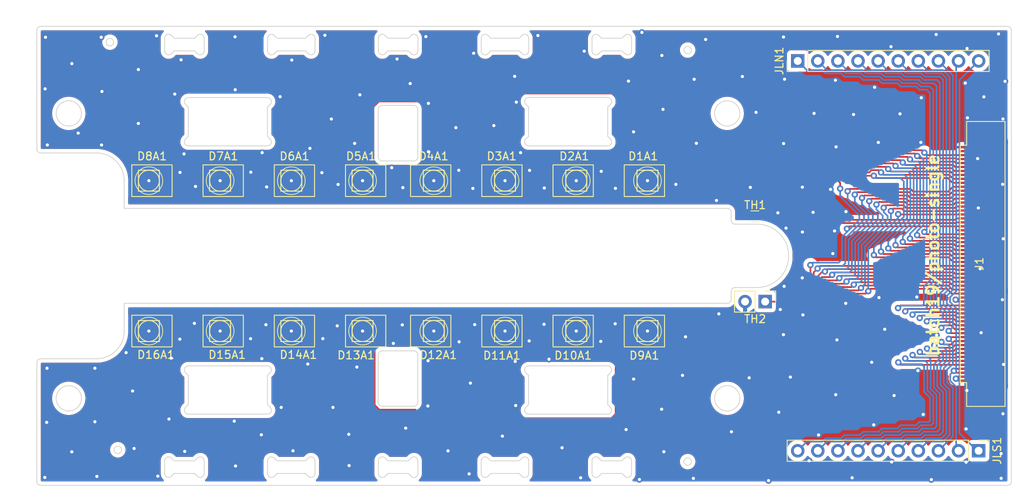
<source format=kicad_pcb>
(kicad_pcb (version 20211014) (generator pcbnew)
  (layers (0 "F.Cu" signal) (31 "B.Cu" signal) (34 "B.Paste" user) (35 "F.Paste" user) (36 "B.SilkS" user "B.Silkscreen") (37 "F.SilkS" user "F.Silkscreen") (38 "B.Mask" user) (39 "F.Mask" user) (44 "Edge.Cuts" user))
  (net 0 "")
  (net 1 "GNDA")
  (net 2 "/S_PD_OUT1")
  (net 3 "/S_PD_OUT3")
  (net 4 "/S_PD_OUT5")
  (net 5 "/S_PD_OUT7")
  (net 6 "/S_PD_OUT9")
  (net 7 "/S_PD_OUT11")
  (net 8 "/S_PD_OUT13")
  (net 9 "/S_PD_OUT15")
  (net 10 "/N_PD_OUT1")
  (net 11 "/N_PD_OUT3")
  (net 12 "/N_PD_OUT5")
  (net 13 "/N_PD_OUT7")
  (net 14 "/N_PD_OUT9")
  (net 15 "/N_PD_OUT11")
  (net 16 "/N_PD_OUT13")
  (net 17 "/N_PD_OUT15")
  (net 18 "GNDL")
  (net 19 "VCCL")
  (net 20 "Net-(J1-Pad42)")
  (net 21 "/N_LED_OUT1")
  (net 22 "/N_LED_OUT2")
  (net 23 "/N_LED_OUT3")
  (net 24 "/N_LED_OUT4")
  (net 25 "/N_LED_OUT5")
  (net 26 "/N_LED_OUT6")
  (net 27 "/N_LED_OUT7")
  (net 28 "/S_LED_OUT2")
  (net 29 "/S_LED_OUT1")
  (net 30 "/S_LED_OUT4")
  (net 31 "/S_LED_OUT3")
  (net 32 "/S_LED_OUT7")
  (net 33 "/S_LED_OUT8")
  (net 34 "/S_LED_OUT6")
  (net 35 "/S_LED_OUT5")
  (net 36 "/N_LED_OUT8")
  (net 37 "Net-(J1-Pad41)")
  (net 38 "VCCA")
  (footprint "Ninja-qPCR:SFH2200_2201_2240" (layer "F.Cu") (at 152.531219 90.502066 180)
    (fp_text reference "D2A1")
    (fp_text value "D_Photo")
  )
  (footprint "Ninja-qPCR:SFH2200_2201_2240" (layer "F.Cu") (at 143.531219 90.502066 180)
    (fp_text reference "D3A1")
    (fp_text value "D_Photo")
  )
  (footprint "Ninja-qPCR:SFH2200_2201_2240" (layer "F.Cu") (at 134.531219 90.502066 180)
    (fp_text reference "D4A1")
    (fp_text value "D_Photo")
  )
  (footprint "Ninja-qPCR:SFH2200_2201_2240" (layer "F.Cu") (at 126.311211 90.502066)
    (fp_text reference "D5A1")
    (fp_text value "D_Photo")
  )
  (footprint "Ninja-qPCR:SFH2200_2201_2240" (layer "F.Cu") (at 117.311211 90.502066)
    (fp_text reference "D6A1")
    (fp_text value "D_Photo")
  )
  (footprint "Ninja-qPCR:SFH2200_2201_2240" (layer "F.Cu") (at 108.311211 90.502066)
    (fp_text reference "D7A1")
    (fp_text value "D_Photo")
  )
  (footprint "Ninja-qPCR:SFH2200_2201_2240" (layer "F.Cu") (at 99.311211 90.502066)
    (fp_text reference "D8A1")
    (fp_text value "D_Photo")
  )
  (footprint "Ninja-qPCR:SFH2200_2201_2240" (layer "F.Cu") (at 117.311211 109.501633)
    (fp_text reference "D14A1")
    (fp_text value "D_Photo")
  )
  (footprint "Ninja-qPCR:SFH2200_2201_2240" (layer "F.Cu") (at 108.311211 109.501633)
    (fp_text reference "D15A1")
    (fp_text value "D_Photo")
  )
  (footprint "Ninja-qPCR:SFH2200_2201_2240" (layer "F.Cu") (at 99.311211 109.501633)
    (fp_text reference "D16A1")
    (fp_text value "D_Photo")
  )
  (footprint "Ninja-qPCR:SFH2200_2201_2240" (layer "F.Cu") (at 126.311211 109.501633)
    (fp_text reference "D13A1")
    (fp_text value "D_Photo")
  )
  (footprint "Ninja-qPCR:SFH2200_2201_2240" (layer "F.Cu") (at 134.531219 109.501635 180)
    (fp_text reference "D12A1")
    (fp_text value "D_Photo")
  )
  (footprint "Ninja-qPCR:SFH2200_2201_2240" (layer "F.Cu") (at 143.531219 109.501633 180)
    (fp_text reference "D11A1")
    (fp_text value "D_Photo")
  )
  (footprint "Ninja-qPCR:SFH2200_2201_2240" (layer "F.Cu") (at 152.531219 109.501633 180)
    (fp_text reference "D10A1")
    (fp_text value "D_Photo")
  )
  (footprint "Ninja-qPCR:SFH2200_2201_2240" (layer "F.Cu") (at 161.531219 90.502054 180)
    (fp_text reference "D1A1")
    (fp_text value "D_Photo")
  )
  (footprint "Connector_PinHeader_2.54mm:PinHeader_1x02_P2.54mm_Vertical" (layer "F.Cu") (at 176.789994 105.780002 -90)
    (fp_text reference "TH2")
    (fp_text value "Thermistor")
  )
  (footprint "Pin_Headers:Pin_Header_Straight_1x10_Pitch2.54mm" (layer "F.Cu") (at 180.905 75.372 90)
    (fp_text reference "JLN1")
    (fp_text value "Conn_01x10_Male")
  )
  (footprint "Pin_Headers:Pin_Header_Straight_1x10_Pitch2.54mm" (layer "F.Cu") (at 203.765 124.628 -90)
    (fp_text reference "JLS1")
    (fp_text value "Conn_01x10_Male")
  )
  (footprint "Ninja-qPCR:SFH2200_2201_2240" (layer "F.Cu") (at 161.531219 109.501633 180)
    (fp_text reference "D9A1")
    (fp_text value "D_Photo")
  )
  (footprint "Ninja-qPCR:FFC_60_Ali_HUISHUNFA" (layer "F.Cu") (at 202.073993 115.77 90)
    (fp_text reference "J1")
    (fp_text value "Conn_01x60_Male")
  )
  (footprint "Resistors_SMD:R_0603_HandSoldering" (layer "F.Cu") (at 175.500005 94.999988 180)
    (fp_text reference "TH1")
    (fp_text value "Thermistor")
  )
  (gr_circle (center 161.921211 90.502066) (end 160.171211 90.502066) (layer "F.SilkS") (width 0.1) (fill none))
  (gr_circle (center 116.921211 90.502066) (end 115.171211 90.502066) (layer "F.SilkS") (width 0.1) (fill none))
  (gr_circle (center 134.921211 90.502066) (end 133.171211 90.502066) (layer "F.SilkS") (width 0.1) (fill none))
  (gr_circle (center 143.921211 90.502066) (end 142.171211 90.502066) (layer "F.SilkS") (width 0.1) (fill none))
  (gr_circle (center 152.921211 90.502066) (end 151.171211 90.502066) (layer "F.SilkS") (width 0.1) (fill none))
  (gr_circle (center 125.921211 90.502066) (end 124.171211 90.502066) (layer "F.SilkS") (width 0.1) (fill none))
  (gr_circle (center 98.921211 90.502066) (end 100.671211 90.502066) (layer "F.SilkS") (width 0.1) (fill none))
  (gr_circle (center 107.921211 90.502066) (end 106.171211 90.502066) (layer "F.SilkS") (width 0.1) (fill none))
  (gr_circle (center 107.921211 109.501633) (end 106.171211 109.501633) (layer "F.SilkS") (width 0.1) (fill none))
  (gr_circle (center 134.921219 109.501635) (end 136.671219 109.501635) (layer "F.SilkS") (width 0.1) (fill none))
  (gr_circle (center 116.921211 109.501633) (end 115.171211 109.501633) (layer "F.SilkS") (width 0.1) (fill none))
  (gr_circle (center 143.921211 109.501633) (end 142.171211 109.501633) (layer "F.SilkS") (width 0.1) (fill none))
  (gr_circle (center 125.921211 109.501633) (end 124.171211 109.501633) (layer "F.SilkS") (width 0.1) (fill none))
  (gr_circle (center 161.921211 109.501633) (end 163.671211 109.501633) (layer "F.SilkS") (width 0.1) (fill none))
  (gr_circle (center 152.921211 109.501633) (end 151.171211 109.501633) (layer "F.SilkS") (width 0.1) (fill none))
  (gr_circle (center 98.921211 109.501633) (end 97.171211 109.501633) (layer "F.SilkS") (width 0.1) (fill none))
  (gr_circle (center 172 82) (end 170.4 82) (layer "Edge.Cuts") (width 0.1) (fill none))
  (gr_circle (center 88.8 82) (end 87.2 82) (layer "Edge.Cuts") (width 0.1) (fill none))
  (gr_line (start 119.060497 74.455302) (end 118.706944 74.101749) (layer "Edge.Cuts") (width 0.1))
  (gr_line (start 156.89905 84.894642) (end 157.252604 85.248195) (layer "Edge.Cuts") (width 0.1))
  (gr_line (start 104.706944 74.101749) (end 102.121157 74.101749) (layer "Edge.Cuts") (width 0.1))
  (gr_line (start 103.89905 80.001749) (end 113.89905 80.001749) (layer "Edge.Cuts") (width 0.1))
  (gr_line (start 115.121157 74.101749) (end 114.767604 74.455302) (layer "Edge.Cuts") (width 0.1))
  (gr_line (start 156.89905 81.208855) (end 156.89905 84.894642) (layer "Edge.Cuts") (width 0.1))
  (gr_arc (start 157.252604 85.248195) (mid 157.360991 85.793091) (end 156.89905 86.10175) (layer "Edge.Cuts") (width 0.1))
  (gr_line (start 105.060497 74.455302) (end 104.706944 74.101749) (layer "Edge.Cuts") (width 0.1))
  (gr_arc (start 113.89905 80.001749) (mid 114.36099 80.310407) (end 114.252603 80.855302) (layer "Edge.Cuts") (width 0.1))
  (gr_arc (start 140.91405 72.501749) (mid 141.222708 72.039809) (end 141.767603 72.148196) (layer "Edge.Cuts") (width 0.1))
  (gr_line (start 119.91405 72.501749) (end 119.91405 74.101749) (layer "Edge.Cuts") (width 0.1))
  (gr_line (start 102.121157 74.101749) (end 101.767604 74.455302) (layer "Edge.Cuts") (width 0.1))
  (gr_line (start 129.121157 72.501749) (end 131.706944 72.501749) (layer "Edge.Cuts") (width 0.1))
  (gr_line (start 128.767604 72.148195) (end 129.121157 72.501749) (layer "Edge.Cuts") (width 0.1))
  (gr_line (start 101.767604 72.148195) (end 102.121157 72.501749) (layer "Edge.Cuts") (width 0.1))
  (gr_line (start 115.121157 72.501749) (end 118.706944 72.501749) (layer "Edge.Cuts") (width 0.1))
  (gr_line (start 113.89905 86.101749) (end 103.89905 86.101749) (layer "Edge.Cuts") (width 0.1))
  (gr_line (start 156.121157 74.101749) (end 155.767604 74.455302) (layer "Edge.Cuts") (width 0.1))
  (gr_line (start 104.706944 72.501749) (end 105.060497 72.148195) (layer "Edge.Cuts") (width 0.1))
  (gr_arc (start 154.91405 72.501749) (mid 155.222708 72.039809) (end 155.767603 72.148196) (layer "Edge.Cuts") (width 0.1))
  (gr_line (start 118.706944 74.101749) (end 115.121157 74.101749) (layer "Edge.Cuts") (width 0.1))
  (gr_arc (start 103.545497 80.855302) (mid 103.437111 80.310407) (end 103.89905 80.00175) (layer "Edge.Cuts") (width 0.1))
  (gr_line (start 146.91405 72.501749) (end 146.91405 74.101749) (layer "Edge.Cuts") (width 0.1))
  (gr_arc (start 159.060497 72.148195) (mid 159.605393 72.039809) (end 159.91405 72.50175) (layer "Edge.Cuts") (width 0.1))
  (gr_line (start 207.399 71) (end 85.264 71) (layer "Edge.Cuts") (width 0.1))
  (gr_line (start 156.121157 72.501749) (end 158.706944 72.501749) (layer "Edge.Cuts") (width 0.1))
  (gr_line (start 113.89905 81.208855) (end 113.89905 84.894642) (layer "Edge.Cuts") (width 0.1))
  (gr_line (start 140.91405 74.101749) (end 140.91405 72.501749) (layer "Edge.Cuts") (width 0.1))
  (gr_line (start 146.060497 74.455302) (end 145.706944 74.101749) (layer "Edge.Cuts") (width 0.1))
  (gr_arc (start 119.91405 74.101749) (mid 119.605392 74.563689) (end 119.060497 74.455302) (layer "Edge.Cuts") (width 0.1))
  (gr_line (start 142.121157 72.501749) (end 145.706944 72.501749) (layer "Edge.Cuts") (width 0.1))
  (gr_line (start 159.060497 74.455302) (end 158.706944 74.101749) (layer "Edge.Cuts") (width 0.1))
  (gr_arc (start 101.767604 74.455302) (mid 101.222709 74.563689) (end 100.91405 74.10175) (layer "Edge.Cuts") (width 0.1))
  (gr_arc (start 100.91405 72.501749) (mid 101.222708 72.039809) (end 101.767603 72.148196) (layer "Edge.Cuts") (width 0.1))
  (gr_line (start 102.121157 72.501749) (end 104.706944 72.501749) (layer "Edge.Cuts") (width 0.1))
  (gr_line (start 141.767604 72.148195) (end 142.121157 72.501749) (layer "Edge.Cuts") (width 0.1))
  (gr_line (start 103.89905 84.894642) (end 103.89905 81.208855) (layer "Edge.Cuts") (width 0.1))
  (gr_arc (start 132.060497 72.148195) (mid 132.605393 72.039809) (end 132.91405 72.50175) (layer "Edge.Cuts") (width 0.1))
  (gr_line (start 158.706944 72.501749) (end 159.060497 72.148195) (layer "Edge.Cuts") (width 0.1))
  (gr_line (start 146.545497 85.248195) (end 146.89905 84.894642) (layer "Edge.Cuts") (width 0.1))
  (gr_line (start 155.767604 72.148195) (end 156.121157 72.501749) (layer "Edge.Cuts") (width 0.1))
  (gr_arc (start 105.060497 72.148195) (mid 105.605393 72.039809) (end 105.91405 72.50175) (layer "Edge.Cuts") (width 0.1))
  (gr_arc (start 141.767604 74.455302) (mid 141.222709 74.563689) (end 140.91405 74.10175) (layer "Edge.Cuts") (width 0.1))
  (gr_line (start 100.91405 74.101749) (end 100.91405 72.501749) (layer "Edge.Cuts") (width 0.1))
  (gr_line (start 114.252604 80.855302) (end 113.89905 81.208855) (layer "Edge.Cuts") (width 0.1))
  (gr_arc (start 155.767604 74.455302) (mid 155.222709 74.563689) (end 154.91405 74.10175) (layer "Edge.Cuts") (width 0.1))
  (gr_line (start 158.706944 74.101749) (end 156.121157 74.101749) (layer "Edge.Cuts") (width 0.1))
  (gr_arc (start 103.89905 86.101749) (mid 103.43711 85.793091) (end 103.545497 85.248196) (layer "Edge.Cuts") (width 0.1))
  (gr_line (start 142.121157 74.101749) (end 141.767604 74.455302) (layer "Edge.Cuts") (width 0.1))
  (gr_arc (start 146.89905 86.101749) (mid 146.43711 85.793091) (end 146.545497 85.248196) (layer "Edge.Cuts") (width 0.1))
  (gr_arc (start 114.252604 85.248195) (mid 114.360991 85.793091) (end 113.89905 86.10175) (layer "Edge.Cuts") (width 0.1))
  (gr_line (start 154.91405 74.101749) (end 154.91405 72.501749) (layer "Edge.Cuts") (width 0.1))
  (gr_line (start 103.89905 81.208855) (end 103.545497 80.855302) (layer "Edge.Cuts") (width 0.1))
  (gr_line (start 103.545497 85.248195) (end 103.89905 84.894642) (layer "Edge.Cuts") (width 0.1))
  (gr_line (start 113.89905 84.894642) (end 114.252604 85.248195) (layer "Edge.Cuts") (width 0.1))
  (gr_arc (start 146.060497 72.148195) (mid 146.605393 72.039809) (end 146.91405 72.50175) (layer "Edge.Cuts") (width 0.1))
  (gr_line (start 145.706944 74.101749) (end 142.121157 74.101749) (layer "Edge.Cuts") (width 0.1))
  (gr_line (start 156.89905 86.101749) (end 146.89905 86.101749) (layer "Edge.Cuts") (width 0.1))
  (gr_line (start 131.706944 72.501749) (end 132.060497 72.148195) (layer "Edge.Cuts") (width 0.1))
  (gr_line (start 95.8 94) (end 172 94) (layer "Edge.Cuts") (width 0.1))
  (gr_line (start 113.91405 74.101749) (end 113.91405 72.501749) (layer "Edge.Cuts") (width 0.1))
  (gr_line (start 145.706944 72.501749) (end 146.060497 72.148195) (layer "Edge.Cuts") (width 0.1))
  (gr_line (start 146.89905 81.208855) (end 146.545497 80.855302) (layer "Edge.Cuts") (width 0.1))
  (gr_line (start 159.91405 72.501749) (end 159.91405 74.101749) (layer "Edge.Cuts") (width 0.1))
  (gr_line (start 146.89905 84.894642) (end 146.89905 81.208855) (layer "Edge.Cuts") (width 0.1))
  (gr_arc (start 113.91405 72.501749) (mid 114.222708 72.039809) (end 114.767603 72.148196) (layer "Edge.Cuts") (width 0.1))
  (gr_arc (start 132.91405 74.101749) (mid 132.605392 74.563689) (end 132.060497 74.455302) (layer "Edge.Cuts") (width 0.1))
  (gr_arc (start 105.91405 74.101749) (mid 105.605392 74.563689) (end 105.060497 74.455302) (layer "Edge.Cuts") (width 0.1))
  (gr_line (start 95.8 90.5) (end 95.8 94) (layer "Edge.Cuts") (width 0.1))
  (gr_arc (start 159.91405 74.101749) (mid 159.605392 74.563689) (end 159.060497 74.455302) (layer "Edge.Cuts") (width 0.1))
  (gr_line (start 105.91405 72.501749) (end 105.91405 74.101749) (layer "Edge.Cuts") (width 0.1))
  (gr_arc (start 146.545497 80.855302) (mid 146.437111 80.310407) (end 146.89905 80.00175) (layer "Edge.Cuts") (width 0.1))
  (gr_arc (start 114.767604 74.455302) (mid 114.222709 74.563689) (end 113.91405 74.10175) (layer "Edge.Cuts") (width 0.1))
  (gr_line (start 114.767604 72.148195) (end 115.121157 72.501749) (layer "Edge.Cuts") (width 0.1))
  (gr_line (start 132.91405 72.501749) (end 132.91405 74.101749) (layer "Edge.Cuts") (width 0.1))
  (gr_arc (start 128.767604 74.455302) (mid 128.222709 74.563689) (end 127.91405 74.10175) (layer "Edge.Cuts") (width 0.1))
  (gr_arc (start 146.91405 74.101749) (mid 146.605392 74.563689) (end 146.060497 74.455302) (layer "Edge.Cuts") (width 0.1))
  (gr_line (start 127.91405 74.101749) (end 127.91405 72.501749) (layer "Edge.Cuts") (width 0.1))
  (gr_arc (start 127.91405 72.501749) (mid 128.222708 72.039809) (end 128.767603 72.148196) (layer "Edge.Cuts") (width 0.1))
  (gr_arc (start 119.060497 72.148195) (mid 119.605393 72.039809) (end 119.91405 72.50175) (layer "Edge.Cuts") (width 0.1))
  (gr_line (start 129.121157 74.101749) (end 128.767604 74.455302) (layer "Edge.Cuts") (width 0.1))
  (gr_arc (start 156.89905 80.001749) (mid 157.36099 80.310407) (end 157.252603 80.855302) (layer "Edge.Cuts") (width 0.1))
  (gr_line (start 118.706944 72.501749) (end 119.060497 72.148195) (layer "Edge.Cuts") (width 0.1))
  (gr_line (start 131.706944 74.101749) (end 129.121157 74.101749) (layer "Edge.Cuts") (width 0.1))
  (gr_line (start 157.252604 80.855302) (end 156.89905 81.208855) (layer "Edge.Cuts") (width 0.1))
  (gr_line (start 132.060497 74.455302) (end 131.706944 74.101749) (layer "Edge.Cuts") (width 0.1))
  (gr_arc (start 92.3 87) (mid 94.774874 88.025126) (end 95.8 90.5) (layer "Edge.Cuts") (width 0.1))
  (gr_line (start 92.3 87) (end 85.264 87) (layer "Edge.Cuts") (width 0.1))
  (gr_circle (center 88.8 118) (end 87.2 118) (layer "Edge.Cuts") (width 0.1) (fill none))
  (gr_arc (start 132.9 118.5) (mid 132.753553 118.853553) (end 132.4 119) (layer "Edge.Cuts") (width 0.1))
  (gr_arc (start 128.4 119) (mid 128.046447 118.853553) (end 127.9 118.5) (layer "Edge.Cuts") (width 0.1))
  (gr_line (start 132.4 119) (end 128.4 119) (layer "Edge.Cuts") (width 0.1))
  (gr_line (start 127.9 118.5) (end 127.9 112.5) (layer "Edge.Cuts") (width 0.1))
  (gr_line (start 132.9 118.5) (end 132.9 112.5) (layer "Edge.Cuts") (width 0.1))
  (gr_arc (start 132.4 81) (mid 132.753553 81.146447) (end 132.9 81.5) (layer "Edge.Cuts") (width 0.1))
  (gr_line (start 128.4 81) (end 132.4 81) (layer "Edge.Cuts") (width 0.1))
  (gr_arc (start 132.9 87.5) (mid 132.753553 87.853553) (end 132.4 88) (layer "Edge.Cuts") (width 0.1))
  (gr_line (start 132.9 87.5) (end 132.9 81.5) (layer "Edge.Cuts") (width 0.1))
  (gr_line (start 132.4 88) (end 128.4 88) (layer "Edge.Cuts") (width 0.1))
  (gr_line (start 127.9 87.5) (end 127.9 81.5) (layer "Edge.Cuts") (width 0.1))
  (gr_arc (start 127.9 81.5) (mid 128.046447 81.146447) (end 128.4 81) (layer "Edge.Cuts") (width 0.1))
  (gr_circle (center 94 73) (end 93.525 73) (layer "Edge.Cuts") (width 0.1) (fill none))
  (gr_circle (center 167 74) (end 166.525 74) (layer "Edge.Cuts") (width 0.1) (fill none))
  (gr_circle (center 167 126) (end 166.525 126) (layer "Edge.Cuts") (width 0.1) (fill none))
  (gr_circle (center 95 124.5) (end 94.525 124.5) (layer "Edge.Cuts") (width 0.1) (fill none))
  (gr_arc (start 85.264 87) (mid 84.910447 86.853553) (end 84.764 86.5) (layer "Edge.Cuts") (width 0.1))
  (gr_arc (start 84.764 113.5) (mid 84.910447 113.146447) (end 85.264 113) (layer "Edge.Cuts") (width 0.1))
  (gr_arc (start 172 94) (mid 172.353553 94.146447) (end 172.5 94.5) (layer "Edge.Cuts") (width 0.1))
  (gr_arc (start 172.5 105.5) (mid 172.353553 105.853553) (end 172 106) (layer "Edge.Cuts") (width 0.1))
  (gr_line (start 156.89905 80.001749) (end 146.89905 80.001749) (layer "Edge.Cuts") (width 0.1))
  (gr_arc (start 173 96) (mid 172.646447 95.853553) (end 172.5 95.5) (layer "Edge.Cuts") (width 0.1))
  (gr_arc (start 172.5 104.5) (mid 172.646447 104.146447) (end 173 104) (layer "Edge.Cuts") (width 0.1))
  (gr_line (start 172.5 94.5) (end 172.5 95.5) (layer "Edge.Cuts") (width 0.1))
  (gr_line (start 172.5 104.5) (end 172.5 105.5) (layer "Edge.Cuts") (width 0.1))
  (gr_arc (start 128.4 88) (mid 128.046447 87.853553) (end 127.9 87.5) (layer "Edge.Cuts") (width 0.1))
  (gr_line (start 100.91405 125.898251) (end 100.91405 127.498251) (layer "Edge.Cuts") (width 0.1))
  (gr_line (start 132.060497 125.544698) (end 131.706944 125.898251) (layer "Edge.Cuts") (width 0.1))
  (gr_line (start 102.121157 127.498251) (end 104.706944 127.498251) (layer "Edge.Cuts") (width 0.1))
  (gr_line (start 146.89905 118.791145) (end 146.545497 119.144698) (layer "Edge.Cuts") (width 0.1))
  (gr_line (start 104.706944 127.498251) (end 105.060497 127.851805) (layer "Edge.Cuts") (width 0.1))
  (gr_arc (start 101.767603 127.851804) (mid 101.222708 127.96019) (end 100.91405 127.498251) (layer "Edge.Cuts") (width 0.1))
  (gr_arc (start 207.399 71) (mid 207.752553 71.146447) (end 207.899 71.5) (layer "Edge.Cuts") (width 0.1))
  (gr_line (start 145.706944 125.898251) (end 142.121157 125.898251) (layer "Edge.Cuts") (width 0.1))
  (gr_arc (start 155.767603 127.851804) (mid 155.222708 127.96019) (end 154.91405 127.498251) (layer "Edge.Cuts") (width 0.1))
  (gr_arc (start 100.91405 125.89825) (mid 101.222709 125.436311) (end 101.767604 125.544698) (layer "Edge.Cuts") (width 0.1))
  (gr_arc (start 156.89905 113.89825) (mid 157.360991 114.206909) (end 157.252604 114.751805) (layer "Edge.Cuts") (width 0.1))
  (gr_line (start 146.060497 125.544698) (end 145.706944 125.898251) (layer "Edge.Cuts") (width 0.1))
  (gr_line (start 146.89905 119.998251) (end 156.89905 119.998251) (layer "Edge.Cuts") (width 0.1))
  (gr_line (start 156.89905 113.898251) (end 146.89905 113.898251) (layer "Edge.Cuts") (width 0.1))
  (gr_arc (start 146.89905 119.99825) (mid 146.437111 119.689592) (end 146.545497 119.144698) (layer "Edge.Cuts") (width 0.1))
  (gr_line (start 129.121157 127.498251) (end 131.706944 127.498251) (layer "Edge.Cuts") (width 0.1))
  (gr_arc (start 146.545497 114.751804) (mid 146.437111 114.206909) (end 146.89905 113.898251) (layer "Edge.Cuts") (width 0.1))
  (gr_arc (start 132.060497 125.544698) (mid 132.605392 125.436312) (end 132.91405 125.898251) (layer "Edge.Cuts") (width 0.1))
  (gr_line (start 154.91405 125.898251) (end 154.91405 127.498251) (layer "Edge.Cuts") (width 0.1))
  (gr_line (start 113.89905 115.105358) (end 114.252604 114.751805) (layer "Edge.Cuts") (width 0.1))
  (gr_arc (start 103.545497 114.751804) (mid 103.437111 114.206909) (end 103.89905 113.898251) (layer "Edge.Cuts") (width 0.1))
  (gr_line (start 114.252604 119.144698) (end 113.89905 118.791145) (layer "Edge.Cuts") (width 0.1))
  (gr_line (start 113.89905 118.791145) (end 113.89905 115.105358) (layer "Edge.Cuts") (width 0.1))
  (gr_line (start 113.91405 125.898251) (end 113.91405 127.498251) (layer "Edge.Cuts") (width 0.1))
  (gr_line (start 158.706944 125.898251) (end 156.121157 125.898251) (layer "Edge.Cuts") (width 0.1))
  (gr_arc (start 159.91405 127.49825) (mid 159.605393 127.96019) (end 159.060497 127.851805) (layer "Edge.Cuts") (width 0.1))
  (gr_arc (start 85.264 129) (mid 84.910447 128.853553) (end 84.764 128.5) (layer "Edge.Cuts") (width 0.1))
  (gr_line (start 127.91405 125.898251) (end 127.91405 127.498251) (layer "Edge.Cuts") (width 0.1))
  (gr_line (start 159.060497 125.544698) (end 158.706944 125.898251) (layer "Edge.Cuts") (width 0.1))
  (gr_arc (start 114.252603 119.144698) (mid 114.360989 119.689593) (end 113.89905 119.998251) (layer "Edge.Cuts") (width 0.1))
  (gr_line (start 95.8 106) (end 172 106) (layer "Edge.Cuts") (width 0.1))
  (gr_line (start 128.4 112) (end 132.4 112) (layer "Edge.Cuts") (width 0.1))
  (gr_line (start 104.706944 125.898251) (end 102.121157 125.898251) (layer "Edge.Cuts") (width 0.1))
  (gr_arc (start 146.060497 125.544698) (mid 146.605392 125.436312) (end 146.91405 125.898251) (layer "Edge.Cuts") (width 0.1))
  (gr_line (start 207.899 128.5) (end 207.899 71.5) (layer "Edge.Cuts") (width 0.1))
  (gr_line (start 173 96) (end 175.764 96) (layer "Edge.Cuts") (width 0.1))
  (gr_line (start 140.91405 125.898251) (end 140.91405 127.498251) (layer "Edge.Cuts") (width 0.1))
  (gr_arc (start 159.060497 125.544698) (mid 159.605392 125.436312) (end 159.91405 125.898251) (layer "Edge.Cuts") (width 0.1))
  (gr_arc (start 127.91405 125.89825) (mid 128.222709 125.436311) (end 128.767604 125.544698) (layer "Edge.Cuts") (width 0.1))
  (gr_line (start 113.89905 113.898251) (end 103.89905 113.898251) (layer "Edge.Cuts") (width 0.1))
  (gr_line (start 105.91405 127.498251) (end 105.91405 125.898251) (layer "Edge.Cuts") (width 0.1))
  (gr_line (start 103.89905 118.791145) (end 103.545497 119.144698) (layer "Edge.Cuts") (width 0.1))
  (gr_arc (start 132.4 112) (mid 132.753553 112.146447) (end 132.9 112.5) (layer "Edge.Cuts") (width 0.1))
  (gr_line (start 146.91405 127.498251) (end 146.91405 125.898251) (layer "Edge.Cuts") (width 0.1))
  (gr_line (start 118.706944 125.898251) (end 115.121157 125.898251) (layer "Edge.Cuts") (width 0.1))
  (gr_arc (start 146.91405 127.49825) (mid 146.605393 127.96019) (end 146.060497 127.851805) (layer "Edge.Cuts") (width 0.1))
  (gr_arc (start 132.91405 127.49825) (mid 132.605393 127.96019) (end 132.060497 127.851805) (layer "Edge.Cuts") (width 0.1))
  (gr_line (start 102.121157 125.898251) (end 101.767604 125.544698) (layer "Edge.Cuts") (width 0.1))
  (gr_arc (start 140.91405 125.89825) (mid 141.222709 125.436311) (end 141.767604 125.544698) (layer "Edge.Cuts") (width 0.1))
  (gr_line (start 145.706944 127.498251) (end 146.060497 127.851805) (layer "Edge.Cuts") (width 0.1))
  (gr_line (start 155.767604 127.851805) (end 156.121157 127.498251) (layer "Edge.Cuts") (width 0.1))
  (gr_line (start 207.399 129) (end 85.264 129) (layer "Edge.Cuts") (width 0.1))
  (gr_line (start 129.121157 125.898251) (end 128.767604 125.544698) (layer "Edge.Cuts") (width 0.1))
  (gr_arc (start 207.899 128.5) (mid 207.752553 128.853553) (end 207.399 129) (layer "Edge.Cuts") (width 0.1))
  (gr_line (start 146.545497 114.751805) (end 146.89905 115.105358) (layer "Edge.Cuts") (width 0.1))
  (gr_circle (center 172 118) (end 170.4 118) (layer "Edge.Cuts") (width 0.1) (fill none))
  (gr_line (start 101.767604 127.851805) (end 102.121157 127.498251) (layer "Edge.Cuts") (width 0.1))
  (gr_line (start 103.89905 119.998251) (end 113.89905 119.998251) (layer "Edge.Cuts") (width 0.1))
  (gr_arc (start 103.89905 119.99825) (mid 103.437111 119.689592) (end 103.545497 119.144698) (layer "Edge.Cuts") (width 0.1))
  (gr_line (start 158.706944 127.498251) (end 159.060497 127.851805) (layer "Edge.Cuts") (width 0.1))
  (gr_line (start 105.060497 125.544698) (end 104.706944 125.898251) (layer "Edge.Cuts") (width 0.1))
  (gr_line (start 142.121157 125.898251) (end 141.767604 125.544698) (layer "Edge.Cuts") (width 0.1))
  (gr_line (start 118.706944 127.498251) (end 119.060497 127.851805) (layer "Edge.Cuts") (width 0.1))
  (gr_line (start 84.764 71.5) (end 84.764 86.5) (layer "Edge.Cuts") (width 0.1))
  (gr_line (start 119.060497 125.544698) (end 118.706944 125.898251) (layer "Edge.Cuts") (width 0.1))
  (gr_line (start 141.767604 127.851805) (end 142.121157 127.498251) (layer "Edge.Cuts") (width 0.1))
  (gr_line (start 115.121157 127.498251) (end 118.706944 127.498251) (layer "Edge.Cuts") (width 0.1))
  (gr_arc (start 113.89905 113.89825) (mid 114.360991 114.206909) (end 114.252604 114.751805) (layer "Edge.Cuts") (width 0.1))
  (gr_line (start 156.121157 125.898251) (end 155.767604 125.544698) (layer "Edge.Cuts") (width 0.1))
  (gr_line (start 84.764 128.5) (end 84.764 113.5) (layer "Edge.Cuts") (width 0.1))
  (gr_line (start 156.121157 127.498251) (end 158.706944 127.498251) (layer "Edge.Cuts") (width 0.1))
  (gr_line (start 156.89905 115.105358) (end 157.252604 114.751805) (layer "Edge.Cuts") (width 0.1))
  (gr_arc (start 128.767603 127.851804) (mid 128.222708 127.96019) (end 127.91405 127.498251) (layer "Edge.Cuts") (width 0.1))
  (gr_arc (start 127.9 112.5) (mid 128.046447 112.146447) (end 128.4 112) (layer "Edge.Cuts") (width 0.1))
  (gr_line (start 146.89905 115.105358) (end 146.89905 118.791145) (layer "Edge.Cuts") (width 0.1))
  (gr_arc (start 84.764 71.5) (mid 84.910447 71.146447) (end 85.264 71) (layer "Edge.Cuts") (width 0.1))
  (gr_line (start 92.3 113) (end 85.264 113) (layer "Edge.Cuts") (width 0.1))
  (gr_line (start 157.252604 119.144698) (end 156.89905 118.791145) (layer "Edge.Cuts") (width 0.1))
  (gr_line (start 156.89905 118.791145) (end 156.89905 115.105358) (layer "Edge.Cuts") (width 0.1))
  (gr_arc (start 114.767603 127.851804) (mid 114.222708 127.96019) (end 113.91405 127.498251) (layer "Edge.Cuts") (width 0.1))
  (gr_line (start 128.767604 127.851805) (end 129.121157 127.498251) (layer "Edge.Cuts") (width 0.1))
  (gr_line (start 115.121157 125.898251) (end 114.767604 125.544698) (layer "Edge.Cuts") (width 0.1))
  (gr_arc (start 154.91405 125.89825) (mid 155.222709 125.436311) (end 155.767604 125.544698) (layer "Edge.Cuts") (width 0.1))
  (gr_line (start 173 104) (end 175.764 104) (layer "Edge.Cuts") (width 0.1))
  (gr_arc (start 175.764 96) (mid 179.764 100) (end 175.764 104) (layer "Edge.Cuts") (width 0.1))
  (gr_arc (start 95.8 109.5) (mid 94.774874 111.974874) (end 92.3 113) (layer "Edge.Cuts") (width 0.1))
  (gr_line (start 142.121157 127.498251) (end 145.706944 127.498251) (layer "Edge.Cuts") (width 0.1))
  (gr_arc (start 105.91405 127.49825) (mid 105.605393 127.96019) (end 105.060497 127.851805) (layer "Edge.Cuts") (width 0.1))
  (gr_line (start 103.545497 114.751805) (end 103.89905 115.105358) (layer "Edge.Cuts") (width 0.1))
  (gr_arc (start 119.060497 125.544698) (mid 119.605392 125.436312) (end 119.91405 125.898251) (layer "Edge.Cuts") (width 0.1))
  (gr_arc (start 113.91405 125.89825) (mid 114.222709 125.436311) (end 114.767604 125.544698) (layer "Edge.Cuts") (width 0.1))
  (gr_arc (start 141.767603 127.851804) (mid 141.222708 127.96019) (end 140.91405 127.498251) (layer "Edge.Cuts") (width 0.1))
  (gr_arc (start 105.060497 125.544698) (mid 105.605392 125.436312) (end 105.91405 125.898251) (layer "Edge.Cuts") (width 0.1))
  (gr_line (start 131.706944 127.498251) (end 132.060497 127.851805) (layer "Edge.Cuts") (width 0.1))
  (gr_arc (start 157.252603 119.144698) (mid 157.360989 119.689593) (end 156.89905 119.998251) (layer "Edge.Cuts") (width 0.1))
  (gr_line (start 132.91405 127.498251) (end 132.91405 125.898251) (layer "Edge.Cuts") (width 0.1))
  (gr_line (start 103.89905 115.105358) (end 103.89905 118.791145) (layer "Edge.Cuts") (width 0.1))
  (gr_line (start 159.91405 127.498251) (end 159.91405 125.898251) (layer "Edge.Cuts") (width 0.1))
  (gr_arc (start 119.91405 127.49825) (mid 119.605393 127.96019) (end 119.060497 127.851805) (layer "Edge.Cuts") (width 0.1))
  (gr_line (start 114.767604 127.851805) (end 115.121157 127.498251) (layer "Edge.Cuts") (width 0.1))
  (gr_line (start 119.91405 127.498251) (end 119.91405 125.898251) (layer "Edge.Cuts") (width 0.1))
  (gr_line (start 95.8 109.5) (end 95.8 106) (layer "Edge.Cuts") (width 0.1))
  (gr_line (start 131.706944 125.898251) (end 129.121157 125.898251) (layer "Edge.Cuts") (width 0.1))
  (gr_text "batch19/photo-single" (at 198.00001 99.940008 90) (layer "F.SilkS") (effects (font (size 1.5 1.5) (thickness 0.3))))
  (segment (start 202.074 105.27) (end 204.77 105.27) (width 0.21082) (layer "F.Cu") (net 1))
  (segment (start 202.074 86.77) (end 204.401 86.77) (width 0.21082) (layer "F.Cu") (net 1))
  (segment (start 204.77 105.27) (end 205.55 104.49) (width 0.21082) (layer "F.Cu") (net 1))
  (segment (start 202.074 86.27) (end 202.97 86.27) (width 0.21082) (layer "F.Cu") (net 1))
  (segment (start 205.55 116.419) (end 204.399 117.57) (width 3.81) (layer "F.Cu") (net 1))
  (segment (start 205.55 104.49) (end 205.55 116.419) (width 3.81) (layer "F.Cu") (net 1))
  (segment (start 202.97 86.27) (end 204.399 84.841) (width 0.21082) (layer "F.Cu") (net 1))
  (segment (start 204.399 84.47) (end 205.55 85.621) (width 3.81) (layer "F.Cu") (net 1))
  (segment (start 205.55 85.621) (end 205.55 104.49) (width 3.81) (layer "F.Cu") (net 1))
  (segment (start 204.399 84.841) (end 204.399 84.47) (width 0.21082) (layer "F.Cu") (net 1))
  (segment (start 204.401 86.77) (end 205.55 85.621) (width 0.21082) (layer "F.Cu") (net 1))
  (via (at 138.12 110.86) (size 0.8) (drill 0.4) (layers "F.Cu" "B.Cu") (net 1))
  (via (at 191.9 109.28) (size 0.8) (drill 0.4) (layers "F.Cu" "B.Cu") (net 1))
  (via (at 97.59 76.46) (size 0.8) (drill 0.4) (layers "F.Cu" "B.Cu") (net 1))
  (via (at 146.97 110.75) (size 0.8) (drill 0.4) (layers "F.Cu" "B.Cu") (net 1))
  (via (at 143.921211 109.501633) (size 0.8) (drill 0.4) (layers "F.Cu" "B.Cu") (net 1))
  (via (at 102.99 75.23) (size 0.8) (drill 0.4) (layers "F.Cu" "B.Cu") (net 1))
  (via (at 97.59 83.27) (size 0.8) (drill 0.4) (layers "F.Cu" "B.Cu") (net 1))
  (via (at 113.19 112.99) (size 0.8) (drill 0.4) (layers "F.Cu" "B.Cu") (net 1))
  (via (at 109.83 79.01) (size 0.8) (drill 0.4) (layers "F.Cu" "B.Cu") (net 1))
  (via (at 122.18 119.15) (size 0.8) (drill 0.4) (layers "F.Cu" "B.Cu") (net 1))
  (via (at 182.97 82) (size 0.8) (drill 0.4) (layers "F.Cu" "B.Cu") (net 1))
  (via (at 130.94 108.72) (size 0.8) (drill 0.4) (layers "F.Cu" "B.Cu") (net 1))
  (via (at 202.18 126.07) (size 0.8) (drill 0.4) (layers "F.Cu" "B.Cu") (net 1))
  (via (at 138.08 89.19) (size 0.8) (drill 0.4) (layers "F.Cu" "B.Cu") (net 1))
  (via (at 134.921211 109.501633) (size 0.8) (drill 0.4) (layers "F.Cu" "B.Cu") (net 1))
  (via (at 100.05 127.84) (size 0.8) (drill 0.4) (layers "F.Cu" "B.Cu") (net 1))
  (via (at 178.7 106.78) (size 0.8) (drill 0.4) (layers "F.Cu" "B.Cu") (net 1))
  (via (at 98.921211 90.502066) (size 0.8) (drill 0.4) (layers "F.Cu" "B.Cu") (net 1))
  (via (at 85.81 78.9) (size 0.8) (drill 0.4) (layers "F.Cu" "B.Cu") (net 1))
  (via (at 99.89 72.19) (size 0.8) (drill 0.4) (layers "F.Cu" "B.Cu") (net 1))
  (via (at 139.55 116.08) (size 0.8) (drill 0.4) (layers "F.Cu" "B.Cu") (net 1))
  (via (at 86.09 85.99) (size 0.8) (drill 0.4) (layers "F.Cu" "B.Cu") (net 1))
  (via (at 137.71 83.8) (size 0.8) (drill 0.4) (layers "F.Cu" "B.Cu") (net 1))
  (via (at 96.86 117.08) (size 0.8) (drill 0.4) (layers "F.Cu" "B.Cu") (net 1))
  (via (at 116.921211 109.501633) (size 0.8) (drill 0.4) (layers "F.Cu" "B.Cu") (net 1))
  (via (at 203.96 101.63) (size 0.8) (drill 0.4) (layers "F.Cu" "B.Cu") (net 1))
  (via (at 86.05 114.2) (size 0.8) (drill 0.4) (layers "F.Cu" "B.Cu") (net 1))
  (via (at 202.18 121.87) (size 0.8) (drill 0.4) (layers "F.Cu" "B.Cu") (net 1))
  (via (at 191.17 105.27) (size 0.8) (drill 0.4) (layers "F.Cu" "B.Cu") (net 1))
  (via (at 181.5 96.99) (size 0.8) (drill 0.4) (layers "F.Cu" "B.Cu") (net 1))
  (via (at 143.921211 90.502066) (size 0.8) (drill 0.4) (layers "F.Cu" "B.Cu") (net 1))
  (via (at 156.02 110.81) (size 0.8) (drill 0.4) (layers "F.Cu" "B.Cu") (net 1))
  (via (at 97.05 124.34) (size 0.8) (drill 0.4) (layers "F.Cu" "B.Cu") (net 1))
  (via (at 185.93 72.28) (size 0.8) (drill 0.4) (layers "F.Cu" "B.Cu") (net 1))
  (via (at 185.71 117.54) (size 0.8) (drill 0.4) (layers "F.Cu" "B.Cu") (net 1))
  (via (at 187.96 82.14) (size 0.8) (drill 0.4) (layers "F.Cu" "B.Cu") (net 1))
  (via (at 134.24 80.73) (size 0.8) (drill 0.4) (layers "F.Cu" "B.Cu") (net 1))
  (via (at 206.84 119.95) (size 0.8) (drill 0.4) (layers "F.Cu" "B.Cu") (net 1))
  (via (at 202.35 82.56) (size 0.8) (drill 0.4) (layers "F.Cu" "B.Cu") (net 1))
  (via (at 131.01 91.38) (size 0.8) (drill 0.4) (layers "F.Cu" "B.Cu") (net 1))
  (via (at 182.85 94.5) (size 0.8) (drill 0.4) (layers "F.Cu" "B.Cu") (net 1))
  (via (at 89.99 84.49) (size 0.8) (drill 0.4) (layers "F.Cu" "B.Cu") (net 1))
  (via (at 133.92 72.3) (size 0.8) (drill 0.4) (layers "F.Cu" "B.Cu") (net 1))
  (via (at 148.08 72.16) (size 0.8) (drill 0.4) (layers "F.Cu" "B.Cu") (net 1))
  (via (at 193.83 82.06) (size 0.8) (drill 0.4) (layers "F.Cu" "B.Cu") (net 1))
  (via (at 113.13 122.61) (size 0.8) (drill 0.4) (layers "F.Cu" "B.Cu") (net 1))
  (via (at 148.85 108.65) (size 0.8) (drill 0.4) (layers "F.Cu" "B.Cu") (net 1))
  (via (at 116.98 75.26) (size 0.8) (drill 0.4) (layers "F.Cu" "B.Cu") (net 1))
  (via (at 170.94 107.33) (size 0.8) (drill 0.4) (layers "F.Cu" "B.Cu") (net 1))
  (via (at 109.71 120.89) (size 0.8) (drill 0.4) (layers "F.Cu" "B.Cu") (net 1))
  (via (at 179.19 103.85) (size 0.8) (drill 0.4) (layers "F.Cu" "B.Cu") (net 1))
  (via (at 142.51 83.54) (size 0.8) (drill 0.4) (layers "F.Cu" "B.Cu") (net 1))
  (via (at 177.22 128.4) (size 0.8) (drill 0.4) (layers "F.Cu" "B.Cu") (net 1))
  (via (at 129.81 111.06) (size 0.8) (drill 0.4) (layers "F.Cu" "B.Cu") (net 1))
  (via (at 161.22 71.77) (size 0.8) (drill 0.4) (layers "F.Cu" "B.Cu") (net 1))
  (via (at 167.82 77.69) (size 0.8) (drill 0.4) (layers "F.Cu" "B.Cu") (net 1))
  (via (at 101.46 120.62) (size 0.8) (drill 0.4) (layers "F.Cu" "B.Cu") (net 1))
  (via (at 207.1 77.95) (size 0.8) (drill 0.4) (layers "F.Cu" "B.Cu") (net 1))
  (via (at 202.28 117.01) (size 0.8) (drill 0.4) (layers "F.Cu" "B.Cu") (net 1))
  (via (at 178.51 119.76) (size 0.8) (drill 0.4) (layers "F.Cu" "B.Cu") (net 1))
  (via (at 153.93 74.14) (size 0.8) (drill 0.4) (layers "F.Cu" "B.Cu") (net 1))
  (via (at 149.48 113.06) (size 0.8) (drill 0.4) (layers "F.Cu" "B.Cu") (net 1))
  (via (at 145.27 118.91) (size 0.8) (drill 0.4) (layers "F.Cu" "B.Cu") (net 1))
  (via (at 92.94 85.99) (size 0.8) (drill 0.4) (layers "F.Cu" "B.Cu") (net 1))
  (via (at 192.77 126.04) (size 0.8) (drill 0.4) (layers "F.Cu" "B.Cu") (net 1))
  (via (at 129.61 88.86) (size 0.8) (drill 0.4) (layers "F.Cu" "B.Cu") (net 1))
  (via (at 115.64 119.15) (size 0.8) (drill 0.4) (layers "F.Cu" "B.Cu") (net 1))
  (via (at 203.73 93.95) (size 0.8) (drill 0.4) (layers "F.Cu" "B.Cu") (net 1))
  (via (at 120.9 110.46) (size 0.8) (drill 0.4) (layers "F.Cu" "B.Cu") (net 1))
  (via (at 124.92 85.79) (size 0.8) (drill 0.4) (layers "F.Cu" "B.Cu") (net 1))
  (via (at 179.98 115.32) (size 0.8) (drill 0.4) (layers "F.Cu" "B.Cu") (net 1))
  (via (at 179.12 85.81) (size 0.8) (drill 0.4) (layers "F.Cu" "B.Cu") (net 1))
  (via (at 206.87 97.84) (size 0.8) (drill 0.4) (layers "F.Cu" "B.Cu") (net 1))
  (via (at 157.84 108.58) (size 0.8) (drill 0.4) (layers "F.Cu" "B.Cu") (net 1))
  (via (at 165.51 90.97) (size 0.8) (drill 0.4) (layers "F.Cu" "B.Cu") (net 1))
  (via (at 198.45 110.02) (size 0.8) (drill 0.4) (layers "F.Cu" "B.Cu") (net 1))
  (via (at 204.43 79.91) (size 0.8) (drill 0.4) (layers "F.Cu" "B.Cu") (net 1))
  (via (at 169.27 72.66) (size 0.8) (drill 0.4) (layers "F.Cu" "B.Cu") (net 1))
  (via (at 204.08 109.71) (size 0.8) (drill 0.4) (layers "F.Cu" "B.Cu") (net 1))
  (via (at 102.85 89.46) (size 0.8) (drill 0.4) (layers "F.Cu" "B.Cu") (net 1))
  (via (at 152.921211 90.502066) (size 0.8) (drill 0.4) (layers "F.Cu" "B.Cu") (net 1))
  (via (at 136.72 124.64) (size 0.8) (drill 0.4) (layers "F.Cu" "B.Cu") (net 1))
  (via (at 107.921211 109.501633) (size 0.8) (drill 0.4) (layers "F.Cu" "B.Cu") (net 1))
  (via (at 120.78 89.49) (size 0.8) (drill 0.4) (layers "F.Cu" "B.Cu") (net 1))
  (via (at 167.72 128.12) (size 0.8) (drill 0.4) (layers "F.Cu" "B.Cu") (net 1))
  (via (at 111.8 89.43) (size 0.8) (drill 0.4) (layers "F.Cu" "B.Cu") (net 1))
  (via (at 119.27 86.42) (size 0.8) (drill 0.4) (layers "F.Cu" "B.Cu") (net 1))
  (via (at 185.75 86.23) (size 0.8) (drill 0.4) (layers "F.Cu" "B.Cu") (net 1))
  (via (at 125.921211 109.501633) (size 0.8) (drill 0.4) (layers "F.Cu" "B.Cu") (net 1))
  (via (at 190.25 113.45) (size 0.8) (drill 0.4) (layers "F.Cu" "B.Cu") (net 1))
  (via (at 113.23 86.96) (size 0.8) (drill 0.4) (layers "F.Cu" "B.Cu") (net 1))
  (via (at 202.3 73.79) (size 0.8) (drill 0.4) (layers "F.Cu" "B.Cu") (net 1))
  (via (at 143.59 122.78) (size 0.8) (drill 0.4) (layers "F.Cu" "B.Cu") (net 1))
  (via (at 134.24 86.84) (size 0.8) (drill 0.4) (layers "F.Cu" "B.Cu") (net 1))
  (via (at 185.67 77.81) (size 0.8) (drill 0.4) (layers "F.Cu" "B.Cu") (net 1))
  (via (at 196.52 80.02) (size 0.8) (drill 0.4) (layers "F.Cu" "B.Cu") (net 1))
  (via (at 178.4 94.56) (size 0.8) (drill 0.4) (layers "F.Cu" "B.Cu") (net 1))
  (via (at 117.13 124.63) (size 0.8) (drill 0.4) (layers "F.Cu" "B.Cu") (net 1))
  (via (at 195.95 105.2) (size 0.8) (drill 0.4) (layers "F.Cu" "B.Cu") (net 1))
  (via (at 130.28 75.13) (size 0.8) (drill 0.4) (layers "F.Cu" "B.Cu") (net 1))
  (via (at 190.62 78.7) (size 0.8) (drill 0.4) (layers "F.Cu" "B.Cu") (net 1))
  (via (at 206.8 90.96) (size 0.8) (drill 0.4) (layers "F.Cu" "B.Cu") (net 1))
  (via (at 170.64 93) (size 0.8) (drill 0.4) (layers "F.Cu" "B.Cu") (net 1))
  (via (at 140.09 108.69) (size 0.8) (drill 0.4) (layers "F.Cu" "B.Cu") (net 1))
  (via (at 96.04 112.23) (size 0.8) (drill 0.4) (layers "F.Cu" "B.Cu") (net 1))
  (via (at 159.22 121.95) (size 0.8) (drill 0.4) (layers "F.Cu" "B.Cu") (net 1))
  (via (at 202.08 78.17) (size 0.8) (drill 0.4) (layers "F.Cu" "B.Cu") (net 1))
  (via (at 181.48 102.78) (size 0.8) (drill 0.4) (layers "F.Cu" "B.Cu") (net 1))
  (via (at 198.4 72.03) (size 0.8) (drill 0.4) (layers "F.Cu" "B.Cu") (net 1))
  (via (at 104.81 91.23) (size 0.8) (drill 0.4) (layers "F.Cu" "B.Cu") (net 1))
  (via (at 183.54 122.63) (size 0.8) (drill 0.4) (layers "F.Cu" "B.Cu") (net 1))
  (via (at 139.96 74.4) (size 0.8) (drill 0.4) (layers "F.Cu" "B.Cu") (net 1))
  (via (at 152.921211 109.501633) (size 0.8) (drill 0.4) (layers "F.Cu" "B.Cu") (net 1))
  (via (at 101.74 112.92) (size 0.8) (drill 0.4) (layers "F.Cu" "B.Cu") (net 1))
  (via (at 163.71 119.38) (size 0.8) (drill 0.4) (layers "F.Cu" "B.Cu") (net 1))
  (via (at 185.34 99.71) (size 0.8) (drill 0.4) (layers "F.Cu" "B.Cu") (net 1))
  (via (at 185.56 96.85) (size 0.8) (drill 0.4) (layers "F.Cu" "B.Cu") (net 1))
  (via (at 175.64 81.87) (size 0.8) (drill 0.4) (layers "F.Cu" "B.Cu") (net 1))
  (via (at 104.67 108.53) (size 0.8) (drill 0.4) (layers "F.Cu" "B.Cu") (net 1))
  (via (at 196.76 120.04) (size 0.8) (drill 0.4) (layers "F.Cu" "B.Cu") (net 1))
  (via (at 131.94 78.23) (size 0.8) (drill 0.4) (layers "F.Cu" "B.Cu") (net 1))
  (via (at 92.99 79.23) (size 0.8) (drill 0.4) (layers "F.Cu" "B.Cu") (net 1))
  (via (at 134.2 113.25) (size 0.8) (drill 0.4) (layers "F.Cu" "B.Cu") (net 1))
  (via (at 125.921211 90.502066) (size 0.8) (drill 0.4) (layers "F.Cu" "B.Cu") (net 1))
  (via (at 103.45 124.71) (size 0.8) (drill 0.4) (layers "F.Cu" "B.Cu") (net 1))
  (via (at 191.09 85.67) (size 0.8) (drill 0.4) (layers "F.Cu" "B.Cu") (net 1))
  (via (at 92.1 120.96) (size 0.8) (drill 0.4) (layers "F.Cu" "B.Cu") (net 1))
  (via (at 134.921211 90.502066) (size 0.8) (drill 0.4) (layers "F.Cu" "B.Cu") (net 1))
  (via (at 161.921211 90.502066) (size 0.8) (drill 0.4) (layers "F.Cu" "B.Cu") (net 1))
  (via (at 92.35 127.87) (size 0.8) (drill 0.4) (layers "F.Cu" "B.Cu") (net 1))
  (via (at 196.09 114.5) (size 0.8) (drill 0.4) (layers "F.Cu" "B.Cu") (net 1))
  (via (at 145.89 86.96) (size 0.8) (drill 0.4) (layers "F.Cu" "B.Cu") (net 1))
  (via (at 187.78 128.04) (size 0.8) (drill 0.4) (layers "F.Cu" "B.Cu") (net 1))
  (via (at 182.34 125.89) (size 0.8) (drill 0.4) (layers "F.Cu" "B.Cu") (net 1))
  (via (at 197.79 128.27) (size 0.8) (drill 0.4) (layers "F.Cu" "B.Cu") (net 1))
  (via (at 163.99 124.75) (size 0.8) (drill 0.4) (layers "F.Cu" "B.Cu") (net 1))
  (via (at 85.77 128) (size 0.8) (drill 0.4) (layers "F.Cu" "B.Cu") (net 1))
  (via (at 119 113.67) (size 0.8) (drill 0.4) (layers "F.Cu" "B.Cu") (net 1))
  (via (at 161.921211 109.501633) (size 0.8) (drill 0.4) (layers "F.Cu" "B.Cu") (net 1))
  (via (at 206.84 82.7) (size 0.8) (drill 0.4) (layers "F.Cu" "B.Cu") (net 1))
  (via (at 121.16 72.13) (size 0.8) (drill 0.4) (layers "F.Cu" "B.Cu") (net 1))
  (via (at 163.88 81.49) (size 0.8) (drill 0.4) (layers "F.Cu" "B.Cu") (net 1))
  (via (at 148.89 91.43) (size 0.8) (drill 0.4) (layers "F.Cu" "B.Cu") (net 1))
  (via (at 192.69 73.57) (size 0.8) (drill 0.4) (layers "F.Cu" "B.Cu") (net 1))
  (via (at 107.921211 90.502066) (size 0.8) (drill 0.4) (layers "F.Cu" "B.Cu") (net 1))
  (via (at 145.14 77.32) (size 0.8) (drill 0.4) (layers "F.Cu" "B.Cu") (net 1))
  (via (at 131.37 121.77) (size 0.8) (drill 0.4) (layers "F.Cu" "B.Cu") (net 1))
  (via (at 160.16 84.33) (size 0.8) (drill 0.4) (layers "F.Cu" "B.Cu") (net 1))
  (via (at 124.18 122.55) (size 0.8) (drill 0.4) (layers "F.Cu" "B.Cu") (net 1))
  (via (at 172.53 122.23) (size 0.8) (drill 0.4) (layers "F.Cu" "B.Cu") (net 1))
  (via (at 174.92 91.35) (size 0.8) (drill 0.4) (layers "F.Cu" "B.Cu") (net 1))
  (via (at 160.17 115.57) (size 0.8) (drill 0.4) (layers "F.Cu" "B.Cu") (net 1))
  (via (at 145.35 80.58) (size 0.8) (drill 0.4) (layers "F.Cu" "B.Cu") (net 1))
  (via (at 109.81 72.32) (size 0.8) (drill 0.4) (layers "F.Cu" "B.Cu") (net 1))
  (via (at 125.2 114.05) (size 0.8) (drill 0.4) (layers "F.Cu" "B.Cu") (net 1))
  (via (at 153.48 128.04) (size 0.8) (drill 0.4) (layers "F.Cu" "B.Cu") (net 1))
  (via (at 174.77 115.41) (size 0.8) (drill 0.4) (layers "F.Cu" "B.Cu") (net 1))
  (via (at 156.08 89.32) (size 0.8) (drill 0.4) (layers "F.Cu" "B.Cu") (net 1))
  (via (at 151.13 124.25) (size 0.8) (drill 0.4) (layers "F.Cu" "B.Cu") (net 1))
  (via (at 109.87 126.55) (size 0.8) (drill 0.4) (layers "F.Cu" "B.Cu") (net 1))
  (via (at 160.9 128.26) (size 0.8) (drill 0.4) (layers "F.Cu" "B.Cu") (net 1))
  (via (at 166.73 110.23) (size 0.8) (drill 0.4) (layers "F.Cu" "B.Cu") (net 1))
  (via (at 85.86 72.38) (size 0.8) (drill 0.4) (layers "F.Cu" "B.Cu") (net 1))
  (via (at 92.9 72.38) (size 0.8) (drill 0.4) (layers "F.Cu" "B.Cu") (net 1))
  (via (at 206.61 128.11) (size 0.8) (drill 0.4) (layers "F.Cu" "B.Cu") (net 1))
  (via (at 92.1 114.2) (size 0.8) (drill 0.4) (layers "F.Cu" "B.Cu") (net 1))
  (via (at 134.17 118.97) (size 0.8) (drill 0.4) (layers "F.Cu" "B.Cu") (net 1))
  (via (at 157.87 91.47) (size 0.8) (drill 0.4) (layers "F.Cu" "B.Cu") (net 1))
  (via (at 122.72 108.84) (size 0.8) (drill 0.4) (layers "F.Cu" "B.Cu") (net 1))
  (via (at 98.921211 109.501633) (size 0.8) (drill 0.4) (layers "F.Cu" "B.Cu") (net 1))
  (via (at 186.97 106) (size 0.8) (drill 0.4) (layers "F.Cu" "B.Cu") (net 1))
  (via (at 179.43 96.5) (size 0.8) (drill 0.4) (layers "F.Cu" "B.Cu") (net 1))
  (via (at 113.8 91.29) (size 0.8) (drill 0.4) (layers "F.Cu" "B.Cu") (net 1))
  (via (at 113.71 108.7) (size 0.8) (drill 0.4) (layers "F.Cu" "B.Cu") (net 1))
  (via (at 145.21 113.34) (size 0.8) (drill 0.4) (layers "F.Cu" "B.Cu") (net 1))
  (via (at 179.24 77.68) (size 0.8) (drill 0.4) (layers "F.Cu" "B.Cu") (net 1))
  (via (at 185.86 110.62) (size 0.8) (drill 0.4) (layers "F.Cu" "B.Cu") (net 1))
  (via (at 116.921211 90.502066) (size 0.8) (drill 0.4) (layers "F.Cu" "B.Cu") (net 1))
  (via (at 89.18 124.76) (size 0.8) (drill 0.4) (layers "F.Cu" "B.Cu") (net 1))
  (via (at 187 94.41) (size 0.8) (drill 0.4) (layers "F.Cu" "B.Cu") (net 1))
  (via (at 139.39 127.55) (size 0.8) (drill 0.4) (layers "F.Cu" "B.Cu") (net 1))
  (via (at 181.49 91.32) (size 0.8) (drill 0.4) (layers "F.Cu" "B.Cu") (net 1))
  (via (at 147.02 89.2) (size 0.8) (drill 0.4) (layers "F.Cu" "B.Cu") (net 1))
  (via (at 206.61 124.99) (size 0.8) (drill 0.4) (layers "F.Cu" "B.Cu") (net 1))
  (via (at 179.11 72.35) (size 0.8) (drill 0.4) (layers "F.Cu" "B.Cu") (net 1))
  (via (at 111.77 110.47) (size 0.8) (drill 0.4) (layers "F.Cu" "B.Cu") (net 1))
  (via (at 206.77 105.54) (size 0.8) (drill 0.4) (layers "F.Cu" "B.Cu") (net 1))
  (via (at 206.28 71.96) (size 0.8) (drill 0.4) (layers "F.Cu" "B.Cu") (net 1))
  (via (at 206.91 113.72) (size 0.8) (drill 0.4) (layers "F.Cu" "B.Cu") (net 1))
  (via (at 102.83 110.53) (size 0.8) (drill 0.4) (layers "F.Cu" "B.Cu") (net 1))
  (via (at 168.1 85.78) (size 0.8) (drill 0.4) (layers "F.Cu" "B.Cu") (net 1))
  (via (at 185.05 91.6) (size 0.8) (drill 0.4) (layers "F.Cu" "B.Cu") (net 1))
  (via (at 196.46 85.67) (size 0.8) (drill 0.4) (layers "F.Cu" "B.Cu") (net 1))
  (via (at 173.91 77.34) (size 0.8) (drill 0.4) (layers "F.Cu" "B.Cu") (net 1))
  (via (at 203.64 87.71) (size 0.8) (drill 0.4) (layers "F.Cu" "B.Cu") (net 1))
  (via (at 193.08 117.65) (size 0.8) (drill 0.4) (layers "F.Cu" "B.Cu") (net 1))
  (via (at 181.56 107.46) (size 0.8) (drill 0.4) (layers "F.Cu" "B.Cu") (net 1))
  (via (at 86.01 121.04) (size 0.8) (drill 0.4) (layers "F.Cu" "B.Cu") (net 1))
  (via (at 102.19 79.56) (size 0.8) (drill 0.4) (layers "F.Cu" "B.Cu") (net 1))
  (via (at 139.86 91.48) (size 0.8) (drill 0.4) (layers "F.Cu" "B.Cu") (net 1))
  (via (at 179.1 109.96) (size 0.8) (drill 0.4) (layers "F.Cu" "B.Cu") (net 1))
  (via (at 122.83 90.98) (size 0.8) (drill 0.4) (layers "F.Cu" "B.Cu") (net 1))
  (via (at 103.36 87.12) (size 0.8) (drill 0.4) (layers "F.Cu" "B.Cu") (net 1))
  (via (at 159.52 77.92) (size 0.8) (drill 0.4) (layers "F.Cu" "B.Cu") (net 1))
  (via (at 121.98 82.71) (size 0.8) (drill 0.4) (layers "F.Cu" "B.Cu") (net 1))
  (via (at 166.35 115.1) (size 0.8) (drill 0.4) (layers "F.Cu" "B.Cu") (net 1))
  (via (at 115.5 79.89) (size 0.8) (drill 0.4) (layers "F.Cu" "B.Cu") (net 1))
  (via (at 163.74 74.68) (size 0.8) (drill 0.4) (layers "F.Cu" "B.Cu") (net 1))
  (via (at 190.51 121.35) (size 0.8) (drill 0.4) (layers "F.Cu" "B.Cu") (net 1))
  (via (at 125.58 79.65) (size 0.8) (drill 0.4) (layers "F.Cu" "B.Cu") (net 1))
  (via (at 124.22 126.5) (size 0.8) (drill 0.4) (layers "F.Cu" "B.Cu") (net 1))
  (via (at 89.19 75.71) (size 0.8) (drill 0.4) (layers "F.Cu" "B.Cu") (net 1))
  (segment (start 179.53966 111.415173) (end 164.444827 111.415173) (width 0.21082) (layer "F.Cu") (net 2))
  (segment (start 182.922846 102.088746) (end 182.922845 108.031989) (width 0.21082) (layer "F.Cu") (net 2))
  (segment (start 187.502053 91.541187) (end 187.20856 91.83468) (width 0.21082) (layer "F.Cu") (net 2))
  (segment (start 159.81309 111.809754) (end 159.481219 111.477883) (width 0.21082) (layer "F.Cu") (net 2))
  (segment (start 199.912242 91.87522) (end 195.82 91.87522) (width 0.21082) (layer "F.Cu") (net 2))
  (segment (start 164.444827 111.415173) (end 164.05 111.81) (width 0.21082) (layer "F.Cu") (net 2))
  (segment (start 183.410725 101.600867) (end 182.922846 102.088746) (width 0.21082) (layer "F.Cu") (net 2))
  (segment (start 188.39 91.541187) (end 187.502053 91.541187) (width 0.21082) (layer "F.Cu") (net 2))
  (segment (start 202.074 101.27) (end 199.58 101.27) (width 0.21082) (layer "F.Cu") (net 2))
  (segment (start 184.77937 101.26937) (end 183.742222 101.26937) (width 0.21082) (layer "F.Cu") (net 2))
  (segment (start 195.161141 91.541187) (end 190.48 91.541187) (width 0.21082) (layer "F.Cu") (net 2))
  (segment (start 183.742222 101.26937) (end 183.410725 101.600867) (width 0.21082) (layer "F.Cu") (net 2))
  (segment (start 199.58 101.27) (end 184.78 101.27) (width 0.21082) (layer "F.Cu") (net 2))
  (segment (start 182.922845 108.031989) (end 179.53966 111.415173) (width 0.21082) (layer "F.Cu") (net 2))
  (segment (start 195.82 91.87522) (end 195.495176 91.87522) (width 0.21082) (layer "F.Cu") (net 2))
  (segment (start 164.05 111.81) (end 164.049754 111.809754) (width 0.21082) (layer "F.Cu") (net 2))
  (segment (start 184.78 101.27) (end 184.77937 101.26937) (width 0.21082) (layer "F.Cu") (net 2))
  (segment (start 190.48 91.541187) (end 188.39 91.541187) (width 0.21082) (layer "F.Cu") (net 2))
  (segment (start 195.495176 91.87522) (end 195.161141 91.541187) (width 0.21082) (layer "F.Cu") (net 2))
  (segment (start 202.074 91.27) (end 200.517462 91.27) (width 0.21082) (layer "F.Cu") (net 2))
  (segment (start 200.517462 91.27) (end 199.912242 91.87522) (width 0.21082) (layer "F.Cu") (net 2))
  (segment (start 164.049754 111.809754) (end 159.81309 111.809754) (width 0.21082) (layer "F.Cu") (net 2))
  (segment (start 159.481219 111.477883) (end 159.481219 109.501633) (width 0.21082) (layer "F.Cu") (net 2))
  (via (at 187.20856 91.83468) (size 0.8) (drill 0.4) (layers "F.Cu" "B.Cu") (net 2))
  (via (at 183.410725 101.600867) (size 0.8) (drill 0.4) (layers "F.Cu" "B.Cu") (net 2))
  (segment (start 187.20856 91.83468) (end 187.20856 92.832726) (width 0.21082) (layer "B.Cu") (net 2))
  (segment (start 186.577572 101.26937) (end 183.742222 101.26937) (width 0.21082) (layer "B.Cu") (net 2))
  (segment (start 183.742222 101.26937) (end 183.410725 101.600867) (width 0.21082) (layer "B.Cu") (net 2))
  (segment (start 189.279517 95.419524) (end 186.923706 97.775335) (width 0.21082) (layer "B.Cu") (net 2))
  (segment (start 189.279517 94.903683) (end 189.279517 95.419524) (width 0.21082) (layer "B.Cu") (net 2))
  (segment (start 186.923706 97.775335) (end 186.923705 100.926295) (width 0.21082) (layer "B.Cu") (net 2))
  (segment (start 187.20856 92.832726) (end 189.279517 94.903683) (width 0.21082) (layer "B.Cu") (net 2))
  (segment (start 186.923705 100.926295) (end 186.579101 101.270899) (width 0.21082) (layer "B.Cu") (net 2))
  (segment (start 186.579101 101.270899) (end 186.577572 101.26937) (width 0.21082) (layer "B.Cu") (net 2))
  (segment (start 202.074 91.77) (end 200.602295 91.77) (width 0.21082) (layer "F.Cu") (net 3))
  (segment (start 184.035536 101.977491) (end 183.336386 102.676641) (width 0.21082) (layer "F.Cu") (net 3))
  (segment (start 188.421127 91.954727) (end 188.117233 92.258621) (width 0.21082) (layer "F.Cu") (net 3))
  (segment (start 183.336386 102.676641) (end 183.336384 108.203284) (width 0.21082) (layer "F.Cu") (net 3))
  (segment (start 159.642041 112.223539) (end 159.038266 111.619763) (width 0.21082) (layer "F.Cu") (net 3))
  (segment (start 164.616121 111.828713) (end 164.221295 112.223539) (width 0.21082) (layer "F.Cu") (net 3))
  (segment (start 200.602295 91.77) (end 200.083535 92.28876) (width 0.21082) (layer "F.Cu") (net 3))
  (segment (start 184.63396 101.68354) (end 184.340009 101.977491) (width 0.21082) (layer "F.Cu") (net 3))
  (segment (start 186.09 101.68354) (end 184.63396 101.68354) (width 0.21082) (layer "F.Cu") (net 3))
  (segment (start 202.074 101.77) (end 200.87646 101.77) (width 0.21082) (layer "F.Cu") (net 3))
  (segment (start 200.79 101.68354) (end 196.78 101.68354) (width 0.21082) (layer "F.Cu") (net 3))
  (segment (start 184.340009 101.977491) (end 184.035536 101.977491) (width 0.21082) (layer "F.Cu") (net 3))
  (segment (start 159.038266 111.619763) (end 150.799763 111.619763) (width 0.21082) (layer "F.Cu") (net 3))
  (segment (start 183.336384 108.203284) (end 179.710953 111.828713) (width 0.21082) (layer "F.Cu") (net 3))
  (segment (start 150.481219 111.301219) (end 150.481219 109.501633) (width 0.21082) (layer "F.Cu") (net 3))
  (segment (start 194.989848 91.954727) (end 188.421127 91.954727) (width 0.21082) (layer "F.Cu") (net 3))
  (segment (start 200.083535 92.28876) (end 195.323882 92.28876) (width 0.21082) (layer "F.Cu") (net 3))
  (segment (start 150.799763 111.619763) (end 150.481219 111.301219) (width 0.21082) (layer "F.Cu") (net 3))
  (segment (start 179.710953 111.828713) (end 164.616121 111.828713) (width 0.21082) (layer "F.Cu") (net 3))
  (segment (start 200.87646 101.77) (end 200.79 101.68354) (width 0.21082) (layer "F.Cu") (net 3))
  (segment (start 196.78 101.68354) (end 186.09 101.68354) (width 0.21082) (layer "F.Cu") (net 3))
  (segment (start 164.221295 112.223539) (end 159.642041 112.223539) (width 0.21082) (layer "F.Cu") (net 3))
  (segment (start 195.323882 92.28876) (end 194.989848 91.954727) (width 0.21082) (layer "F.Cu") (net 3))
  (via (at 184.340009 101.977491) (size 0.8) (drill 0.4) (layers "F.Cu" "B.Cu") (net 3))
  (via (at 188.117233 92.258621) (size 0.8) (drill 0.4) (layers "F.Cu" "B.Cu") (net 3))
  (segment (start 184.633061 101.684439) (end 184.340009 101.977491) (width 0.21082) (layer "B.Cu") (net 3))
  (segment (start 189.84 95.443867) (end 187.337246 97.946628) (width 0.21082) (layer "B.Cu") (net 3))
  (segment (start 189.84 94.879332) (end 189.84 95.443867) (width 0.21082) (layer "B.Cu") (net 3))
  (segment (start 187.337245 99.25) (end 187.337245 101.422755) (width 0.21082) (layer "B.Cu") (net 3))
  (segment (start 187.075561 101.684439) (end 184.633061 101.684439) (width 0.21082) (layer "B.Cu") (net 3))
  (segment (start 187.337246 97.946628) (end 187.337245 99.25) (width 0.21082) (layer "B.Cu") (net 3))
  (segment (start 187.337245 101.422755) (end 187.075561 101.684439) (width 0.21082) (layer "B.Cu") (net 3))
  (segment (start 188.117233 93.156565) (end 189.84 94.879332) (width 0.21082) (layer "B.Cu") (net 3))
  (segment (start 188.117233 92.258621) (end 188.117233 93.156565) (width 0.21082) (layer "B.Cu") (net 3))
  (segment (start 164.787415 112.242253) (end 164.392588 112.637079) (width 0.21082) (layer "F.Cu") (net 4))
  (segment (start 141.769763 111.619763) (end 141.481219 111.331219) (width 0.21082) (layer "F.Cu") (net 4))
  (segment (start 189.340477 92.368267) (end 189.025665 92.683079) (width 0.21082) (layer "F.Cu") (net 4))
  (segment (start 159.470746 112.637078) (end 158.866973 112.033303) (width 0.21082) (layer "F.Cu") (net 4))
  (segment (start 200.618707 102.09708) (end 185.549754 102.09708) (width 0.21082) (layer "F.Cu") (net 4))
  (segment (start 150.21493 111.619763) (end 141.769763 111.619763) (width 0.21082) (layer "F.Cu") (net 4))
  (segment (start 158.866973 112.033303) (end 150.62847 112.033303) (width 0.21082) (layer "F.Cu") (net 4))
  (segment (start 200.791627 102.27) (end 200.618707 102.09708) (width 0.21082) (layer "F.Cu") (net 4))
  (segment (start 185.251505 102.395329) (end 184.961222 102.685612) (width 0.21082) (layer "F.Cu") (net 4))
  (segment (start 200.687128 92.27) (end 200.254828 92.7023) (width 0.21082) (layer "F.Cu") (net 4))
  (segment (start 202.074 102.27) (end 200.791627 102.27) (width 0.21082) (layer "F.Cu") (net 4))
  (segment (start 183.964388 102.685612) (end 183.749926 102.900074) (width 0.21082) (layer "F.Cu") (net 4))
  (segment (start 184.961222 102.685612) (end 183.964388 102.685612) (width 0.21082) (layer "F.Cu") (net 4))
  (segment (start 164.392588 112.637079) (end 159.470746 112.637078) (width 0.21082) (layer "F.Cu") (net 4))
  (segment (start 200.254828 92.7023) (end 195.152588 92.7023) (width 0.21082) (layer "F.Cu") (net 4))
  (segment (start 202.074 92.27) (end 200.687128 92.27) (width 0.21082) (layer "F.Cu") (net 4))
  (segment (start 195.152588 92.7023) (end 194.818555 92.368267) (width 0.21082) (layer "F.Cu") (net 4))
  (segment (start 141.481219 111.331219) (end 141.481219 109.501633) (width 0.21082) (layer "F.Cu") (net 4))
  (segment (start 185.549754 102.09708) (end 185.251505 102.395329) (width 0.21082) (layer "F.Cu") (net 4))
  (segment (start 183.749923 108.374579) (end 179.882246 112.242253) (width 0.21082) (layer "F.Cu") (net 4))
  (segment (start 183.749926 102.900074) (end 183.749923 108.374579) (width 0.21082) (layer "F.Cu") (net 4))
  (segment (start 194.818555 92.368267) (end 189.340477 92.368267) (width 0.21082) (layer "F.Cu") (net 4))
  (segment (start 179.882246 112.242253) (end 164.787415 112.242253) (width 0.21082) (layer "F.Cu") (net 4))
  (segment (start 150.62847 112.033303) (end 150.21493 111.619763) (width 0.21082) (layer "F.Cu") (net 4))
  (via (at 189.025665 92.683079) (size 0.8) (drill 0.4) (layers "F.Cu" "B.Cu") (net 4))
  (via (at 185.251505 102.395329) (size 0.8) (drill 0.4) (layers "F.Cu" "B.Cu") (net 4))
  (segment (start 190.39 95.478701) (end 187.750786 98.117921) (width 0.21082) (layer "B.Cu") (net 4))
  (segment (start 189.025665 92.683079) (end 189.025665 93.480164) (width 0.21082) (layer "B.Cu") (net 4))
  (segment (start 187.750785 99.38) (end 187.750785 101.789215) (width 0.21082) (layer "B.Cu") (net 4))
  (segment (start 187.750786 98.117921) (end 187.750785 99.38) (width 0.21082) (layer "B.Cu") (net 4))
  (segment (start 190.39 94.844499) (end 190.39 95.478701) (width 0.21082) (layer "B.Cu") (net 4))
  (segment (start 185.548855 102.097979) (end 185.251505 102.395329) (width 0.21082) (layer "B.Cu") (net 4))
  (segment (start 187.442021 102.097979) (end 185.548855 102.097979) (width 0.21082) (layer "B.Cu") (net 4))
  (segment (start 189.025665 93.480164) (end 190.39 94.844499) (width 0.21082) (layer "B.Cu") (net 4))
  (segment (start 187.750785 101.789215) (end 187.442021 102.097979) (width 0.21082) (layer "B.Cu") (net 4))
  (segment (start 184.163462 108.545874) (end 184.163464 107.09) (width 0.21082) (layer "F.Cu") (net 5))
  (segment (start 141.184932 111.619765) (end 133.319765 111.619765) (width 0.21082) (layer "F.Cu") (net 5))
  (segment (start 150.426843 112.446843) (end 150.013303 112.033303) (width 0.21082) (layer "F.Cu") (net 5))
  (segment (start 132.266219 110.566219) (end 132.266219 109.501635) (width 0.21082) (layer "F.Cu") (net 5))
  (segment (start 154.95 112.446843) (end 150.426843 112.446843) (width 0.21082) (layer "F.Cu") (net 5))
  (segment (start 184.37655 103.10345) (end 185.873922 103.10345) (width 0.21082) (layer "F.Cu") (net 5))
  (segment (start 191.7 92.781807) (end 190.24908 92.781807) (width 0.21082) (layer "F.Cu") (net 5))
  (segment (start 202.074 92.77) (end 200.771961 92.77) (width 0.21082) (layer "F.Cu") (net 5))
  (segment (start 158.88567 112.636834) (end 158.695679 112.446843) (width 0.21082) (layer "F.Cu") (net 5))
  (segment (start 159.299455 113.050619) (end 164.563881 113.050619) (width 0.21082) (layer "F.Cu") (net 5))
  (segment (start 164.563881 113.050619) (end 164.958709 112.655793) (width 0.21082) (layer "F.Cu") (net 5))
  (segment (start 184.163464 107.09) (end 184.163466 103.316534) (width 0.21082) (layer "F.Cu") (net 5))
  (segment (start 180.053539 112.655793) (end 180.349666 112.359666) (width 0.21082) (layer "F.Cu") (net 5))
  (segment (start 194.981294 93.11584) (end 194.647262 92.781808) (width 0.21082) (layer "F.Cu") (net 5))
  (segment (start 202.074 102.77) (end 200.706794 102.77) (width 0.21082) (layer "F.Cu") (net 5))
  (segment (start 200.447414 102.51062) (end 186.466752 102.51062) (width 0.21082) (layer "F.Cu") (net 5))
  (segment (start 164.958709 112.655793) (end 180.053539 112.655793) (width 0.21082) (layer "F.Cu") (net 5))
  (segment (start 184.163466 103.316534) (end 184.37655 103.10345) (width 0.21082) (layer "F.Cu") (net 5))
  (segment (start 200.771961 92.77) (end 200.426121 93.11584) (width 0.21082) (layer "F.Cu") (net 5))
  (segment (start 185.873922 103.10345) (end 186.161975 102.815397) (width 0.21082) (layer "F.Cu") (net 5))
  (segment (start 158.88567 112.636834) (end 159.299455 113.050619) (width 0.21082) (layer "F.Cu") (net 5))
  (segment (start 194.64726 92.781807) (end 191.7 92.781807) (width 0.21082) (layer "F.Cu") (net 5))
  (segment (start 150.013303 112.033303) (end 141.59847 112.033303) (width 0.21082) (layer "F.Cu") (net 5))
  (segment (start 200.426121 93.11584) (end 196.04 93.11584) (width 0.21082) (layer "F.Cu") (net 5))
  (segment (start 133.319765 111.619765) (end 132.266219 110.566219) (width 0.21082) (layer "F.Cu") (net 5))
  (segment (start 186.466752 102.51062) (end 186.161975 102.815397) (width 0.21082) (layer "F.Cu") (net 5))
  (segment (start 141.59847 112.033303) (end 141.184932 111.619765) (width 0.21082) (layer "F.Cu") (net 5))
  (segment (start 194.647262 92.781808) (end 194.64726 92.781807) (width 0.21082) (layer "F.Cu") (net 5))
  (segment (start 158.695679 112.446843) (end 154.95 112.446843) (width 0.21082) (layer "F.Cu") (net 5))
  (segment (start 190.24908 92.781807) (end 189.94304 93.087847) (width 0.21082) (layer "F.Cu") (net 5))
  (segment (start 200.706794 102.77) (end 200.447414 102.51062) (width 0.21082) (layer "F.Cu") (net 5))
  (segment (start 180.349666 112.359666) (end 184.163462 108.545874) (width 0.21082) (layer "F.Cu") (net 5))
  (segment (start 196.04 93.11584) (end 194.981294 93.11584) (width 0.21082) (layer "F.Cu") (net 5))
  (via (at 186.161975 102.815397) (size 0.8) (drill 0.4) (layers "F.Cu" "B.Cu") (net 5))
  (via (at 189.94304 93.087847) (size 0.8) (drill 0.4) (layers "F.Cu" "B.Cu") (net 5))
  (segment (start 189.94304 93.087847) (end 189.94304 93.812706) (width 0.21082) (layer "B.Cu") (net 5))
  (segment (start 187.958481 102.511519) (end 186.465853 102.511519) (width 0.21082) (layer "B.Cu") (net 5))
  (segment (start 189.94304 93.812706) (end 191.03 94.899666) (width 0.21082) (layer "B.Cu") (net 5))
  (segment (start 188.164325 99.51) (end 188.164325 102.305675) (width 0.21082) (layer "B.Cu") (net 5))
  (segment (start 188.164326 98.289214) (end 188.164325 99.51) (width 0.21082) (layer "B.Cu") (net 5))
  (segment (start 186.465853 102.511519) (end 186.161975 102.815397) (width 0.21082) (layer "B.Cu") (net 5))
  (segment (start 188.164325 102.305675) (end 187.958481 102.511519) (width 0.21082) (layer "B.Cu") (net 5))
  (segment (start 191.03 94.899666) (end 191.03 95.423535) (width 0.21082) (layer "B.Cu") (net 5))
  (segment (start 191.03 95.423535) (end 188.164326 98.289214) (width 0.21082) (layer "B.Cu") (net 5))
  (segment (start 200.276121 102.92416) (end 193.41584 102.92416) (width 0.21082) (layer "F.Cu") (net 6))
  (segment (start 184.577006 103.86304) (end 184.577001 108.717169) (width 0.21082) (layer "F.Cu") (net 6))
  (segment (start 184.577001 108.717169) (end 183.882085 109.412085) (width 0.21082) (layer "F.Cu") (net 6))
  (segment (start 133.67 120.52) (end 132.59 119.44) (width 0.21082) (layer "F.Cu") (net 6))
  (segment (start 157.9 119.97) (end 157.35 120.52) (width 0.21082) (layer "F.Cu") (net 6))
  (segment (start 132.59 119.44) (end 128.04 119.44) (width 0.21082) (layer "F.Cu") (net 6))
  (segment (start 183.882081 109.412085) (end 180.224834 113.069332) (width 0.21082) (layer "F.Cu") (net 6))
  (segment (start 164.735174 113.464159) (end 158.565841 113.464159) (width 0.21082) (layer "F.Cu") (net 6))
  (segment (start 128.361211 110.728789) (end 128.361211 109.501633) (width 0.21082) (layer "F.Cu") (net 6))
  (segment (start 157.35 120.52) (end 133.67 120.52) (width 0.21082) (layer "F.Cu") (net 6))
  (segment (start 127.45 118.85) (end 127.45 111.64) (width 0.21082) (layer "F.Cu") (net 6))
  (segment (start 200.29 102.938039) (end 200.276121 102.92416) (width 0.21082) (layer "F.Cu") (net 6))
  (segment (start 158.565841 113.464159) (end 157.9 114.13) (width 0.21082) (layer "F.Cu") (net 6))
  (segment (start 200.621961 103.27) (end 200.29 102.938039) (width 0.21082) (layer "F.Cu") (net 6))
  (segment (start 187.070124 103.240459) (end 186.787065 103.523518) (width 0.21082) (layer "F.Cu") (net 6))
  (segment (start 165.130002 113.069333) (end 164.735174 113.464159) (width 0.21082) (layer "F.Cu") (net 6))
  (segment (start 127.45 111.64) (end 128.361211 110.728789) (width 0.21082) (layer "F.Cu") (net 6))
  (segment (start 194.81 93.52938) (end 194.475967 93.195347) (width 0.21082) (layer "F.Cu") (net 6))
  (segment (start 128.04 119.44) (end 127.45 118.85) (width 0.21082) (layer "F.Cu") (net 6))
  (segment (start 202.074 93.27) (end 200.856794 93.27) (width 0.21082) (layer "F.Cu") (net 6))
  (segment (start 184.916528 103.523518) (end 184.577006 103.86304) (width 0.21082) (layer "F.Cu") (net 6))
  (segment (start 188.82 102.92416) (end 187.386423 102.92416) (width 0.21082) (layer "F.Cu") (net 6))
  (segment (start 157.9 114.13) (end 157.9 119.97) (width 0.21082) (layer "F.Cu") (net 6))
  (segment (start 202.074 103.27) (end 200.621961 103.27) (width 0.21082) (layer "F.Cu") (net 6))
  (segment (start 187.386423 102.92416) (end 187.070124 103.240459) (width 0.21082) (layer "F.Cu") (net 6))
  (segment (start 194.475967 93.195347) (end 191.16985 93.195347) (width 0.21082) (layer "F.Cu") (net 6))
  (segment (start 180.224834 113.069332) (end 165.130002 113.069333) (width 0.21082) (layer "F.Cu") (net 6))
  (segment (start 200.856794 93.27) (end 200.597414 93.52938) (width 0.21082) (layer "F.Cu") (net 6))
  (segment (start 191.16985 93.195347) (end 190.850216 93.514981) (width 0.21082) (layer "F.Cu") (net 6))
  (segment (start 193.41584 102.92416) (end 188.82 102.92416) (width 0.21082) (layer "F.Cu") (net 6))
  (segment (start 186.787065 103.523518) (end 184.916528 103.523518) (width 0.21082) (layer "F.Cu") (net 6))
  (segment (start 200.597414 93.52938) (end 194.81 93.52938) (width 0.21082) (layer "F.Cu") (net 6))
  (segment (start 183.882085 109.412085) (end 183.882081 109.412085) (width 0.21082) (layer "F.Cu") (net 6))
  (via (at 187.070124 103.240459) (size 0.8) (drill 0.4) (layers "F.Cu" "B.Cu") (net 6))
  (via (at 190.850216 93.514981) (size 0.8) (drill 0.4) (layers "F.Cu" "B.Cu") (net 6))
  (segment (start 187.070124 103.240459) (end 187.385524 102.925059) (width 0.21082) (layer "B.Cu") (net 6))
  (segment (start 188.577866 98.460505) (end 188.577865 99.48) (width 0.21082) (layer "B.Cu") (net 6))
  (segment (start 188.280024 102.929976) (end 188.28 102.93) (width 0.21082) (layer "B.Cu") (net 6))
  (segment (start 187.385524 102.925059) (end 188.08 102.925059) (width 0.21082) (layer "B.Cu") (net 6))
  (segment (start 188.28 102.93) (end 188.08 102.93) (width 0.21082) (layer "B.Cu") (net 6))
  (segment (start 188.577865 102.632135) (end 188.280024 102.929976) (width 0.21082) (layer "B.Cu") (net 6))
  (segment (start 191.642583 95.395786) (end 188.577866 98.460505) (width 0.21082) (layer "B.Cu") (net 6))
  (segment (start 190.850216 93.514981) (end 190.850216 94.135049) (width 0.21082) (layer "B.Cu") (net 6))
  (segment (start 188.577865 99.48) (end 188.577865 102.632135) (width 0.21082) (layer "B.Cu") (net 6))
  (segment (start 191.642583 94.927416) (end 191.642583 95.395786) (width 0.21082) (layer "B.Cu") (net 6))
  (segment (start 190.850216 94.135049) (end 191.642583 94.927416) (width 0.21082) (layer "B.Cu") (net 6))
  (segment (start 127.03646 119.021293) (end 127.03646 112.451294) (width 0.21082) (layer "F.Cu") (net 7))
  (segment (start 187.67732 103.94858) (end 186.571522 103.94858) (width 0.21082) (layer "F.Cu") (net 7))
  (segment (start 158.737135 113.877699) (end 158.31354 114.301294) (width 0.21082) (layer "F.Cu") (net 7))
  (segment (start 194.62 93.94292) (end 194.285968 93.608888) (width 0.21082) (layer "F.Cu") (net 7))
  (segment (start 201.07646 93.77) (end 200.941627 93.77) (width 0.21082) (layer "F.Cu") (net 7))
  (segment (start 194.285968 93.608888) (end 192.990001 93.608887) (width 0.21082) (layer "F.Cu") (net 7))
  (segment (start 192.990001 93.608887) (end 192.078719 93.608887) (width 0.21082) (layer "F.Cu") (net 7))
  (segment (start 184.244498 109.634502) (end 180.396127 113.482872) (width 0.21082) (layer "F.Cu") (net 7))
  (segment (start 119.361211 111.311211) (end 119.361211 109.501633) (width 0.21082) (layer "F.Cu") (net 7))
  (segment (start 164.906467 113.877699) (end 158.737135 113.877699) (width 0.21082) (layer "F.Cu") (net 7))
  (segment (start 186.571522 103.94858) (end 186.56 103.937058) (width 0.21082) (layer "F.Cu") (net 7))
  (segment (start 202.074 93.77) (end 201.07646 93.77) (width 0.21082) (layer "F.Cu") (net 7))
  (segment (start 200.768707 93.94292) (end 194.62 93.94292) (width 0.21082) (layer "F.Cu") (net 7))
  (segment (start 180.396127 113.482872) (end 165.301295 113.482873) (width 0.21082) (layer "F.Cu") (net 7))
  (segment (start 127.868707 119.85354) (end 127.03646 119.021293) (width 0.21082) (layer "F.Cu") (net 7))
  (segment (start 132.418707 119.85354) (end 127.868707 119.85354) (width 0.21082) (layer "F.Cu") (net 7))
  (segment (start 187.99272 103.63318) (end 187.67732 103.94858) (width 0.21082) (layer "F.Cu") (net 7))
  (segment (start 133.498707 120.93354) (end 132.418707 119.85354) (width 0.21082) (layer "F.Cu") (net 7))
  (segment (start 158.31354 114.301294) (end 158.31354 120.141293) (width 0.21082) (layer "F.Cu") (net 7))
  (segment (start 184.244502 109.634502) (end 184.244498 109.634502) (width 0.21082) (layer "F.Cu") (net 7))
  (segment (start 158.31354 120.141293) (end 157.521293 120.93354) (width 0.21082) (layer "F.Cu") (net 7))
  (segment (start 202.074 103.77) (end 200.537128 103.77) (width 0.21082) (layer "F.Cu") (net 7))
  (segment (start 188.2882 103.3377) (end 187.99272 103.63318) (width 0.21082) (layer "F.Cu") (net 7))
  (segment (start 200.941627 93.77) (end 200.768707 93.94292) (width 0.21082) (layer "F.Cu") (net 7))
  (segment (start 189.033035 103.3377) (end 188.2882 103.3377) (width 0.21082) (layer "F.Cu") (net 7))
  (segment (start 127.03646 112.451294) (end 126.204929 111.619763) (width 0.21082) (layer "F.Cu") (net 7))
  (segment (start 165.301295 113.482873) (end 164.906467 113.877699) (width 0.21082) (layer "F.Cu") (net 7))
  (segment (start 184.990542 108.888461) (end 184.244502 109.634502) (width 0.21082) (layer "F.Cu") (net 7))
  (segment (start 119.669763 111.619763) (end 119.361211 111.311211) (width 0.21082) (layer "F.Cu") (net 7))
  (segment (start 126.204929 111.619763) (end 119.669763 111.619763) (width 0.21082) (layer "F.Cu") (net 7))
  (segment (start 192.078719 93.608887) (end 191.767379 93.920227) (width 0.21082) (layer "F.Cu") (net 7))
  (segment (start 186.56 103.937058) (end 185.242942 103.937058) (width 0.21082) (layer "F.Cu") (net 7))
  (segment (start 200.104828 103.3377) (end 189.033035 103.3377) (width 0.21082) (layer "F.Cu") (net 7))
  (segment (start 184.990546 104.189454) (end 184.990542 108.888461) (width 0.21082) (layer "F.Cu") (net 7))
  (segment (start 200.537128 103.77) (end 200.104828 103.3377) (width 0.21082) (layer "F.Cu") (net 7))
  (segment (start 185.242942 103.937058) (end 184.990546 104.189454) (width 0.21082) (layer "F.Cu") (net 7))
  (segment (start 157.521293 120.93354) (end 133.498707 120.93354) (width 0.21082) (layer "F.Cu") (net 7))
  (via (at 187.99272 103.63318) (size 0.8) (drill 0.4) (layers "F.Cu" "B.Cu") (net 7))
  (via (at 191.767379 93.920227) (size 0.8) (drill 0.4) (layers "F.Cu" "B.Cu") (net 7))
  (segment (start 188.766484 103.343516) (end 188.991405 103.118595) (width 0.21082) (layer "B.Cu") (net 7))
  (segment (start 192.267746 95.355457) (end 192.267746 94.967746) (width 0.21082) (layer "B.Cu") (net 7))
  (segment (start 192.267746 94.967746) (end 191.767379 94.467379) (width 0.21082) (layer "B.Cu") (net 7))
  (segment (start 188.282384 103.343516) (end 188.766484 103.343516) (width 0.21082) (layer "B.Cu") (net 7))
  (segment (start 191.767379 94.467379) (end 191.767379 93.920227) (width 0.21082) (layer "B.Cu") (net 7))
  (segment (start 187.99272 103.63318) (end 188.282384 103.343516) (width 0.21082) (layer "B.Cu") (net 7))
  (segment (start 188.991405 103.118595) (end 188.991406 98.631798) (width 0.21082) (layer "B.Cu") (net 7))
  (segment (start 188.991406 98.631798) (end 192.267746 95.355457) (width 0.21082) (layer "B.Cu") (net 7))
  (segment (start 185.404085 104.755915) (end 185.404085 109.059751) (width 0.21082) (layer "F.Cu") (net 8))
  (segment (start 119.49847 112.033303) (end 119.08493 111.619763) (width 0.21082) (layer "F.Cu") (net 8))
  (segment (start 119.08493 111.619763) (end 110.579763 111.619763) (width 0.21082) (layer "F.Cu") (net 8))
  (segment (start 202.074 94.27) (end 201.02646 94.27) (width 0.21082) (layer "F.Cu") (net 8))
  (segment (start 194.055967 94.022427) (end 192.991623 94.022427) (width 0.21082) (layer "F.Cu") (net 8))
  (segment (start 185.404085 109.059751) (end 184.646919 109.816919) (width 0.21082) (layer "F.Cu") (net 8))
  (segment (start 165.07776 114.291239) (end 159.028761 114.291239) (width 0.21082) (layer "F.Cu") (net 8))
  (segment (start 180.567418 113.896412) (end 165.472588 113.896413) (width 0.21082) (layer "F.Cu") (net 8))
  (segment (start 158.72708 114.59292) (end 158.727079 120.312588) (width 0.21082) (layer "F.Cu") (net 8))
  (segment (start 189.204328 103.75124) (end 188.903931 104.051637) (width 0.21082) (layer "F.Cu") (net 8))
  (segment (start 126.62292 112.622588) (end 126.033635 112.033303) (width 0.21082) (layer "F.Cu") (net 8))
  (segment (start 110.361211 111.401211) (end 110.361211 109.501633) (width 0.21082) (layer "F.Cu") (net 8))
  (segment (start 199.933535 103.75124) (end 189.204328 103.75124) (width 0.21082) (layer "F.Cu") (net 8))
  (segment (start 188.903931 104.051637) (end 188.593448 104.36212) (width 0.21082) (layer "F.Cu") (net 8))
  (segment (start 192.991623 94.022427) (end 192.681286 94.332764) (width 0.21082) (layer "F.Cu") (net 8))
  (segment (start 185.404085 104.755915) (end 185.404085 104.77) (width 0.21082) (layer "F.Cu") (net 8))
  (segment (start 185.79788 104.36212) (end 185.404085 104.755915) (width 0.21082) (layer "F.Cu") (net 8))
  (segment (start 194.39 94.35646) (end 194.055967 94.022427) (width 0.21082) (layer "F.Cu") (net 8))
  (segment (start 126.033635 112.033303) (end 119.49847 112.033303) (width 0.21082) (layer "F.Cu") (net 8))
  (segment (start 185.404085 104.77) (end 185.821522 104.36212) (width 0.21082) (layer "F.Cu") (net 8))
  (segment (start 158.727079 120.312588) (end 157.692586 121.34708) (width 0.21082) (layer "F.Cu") (net 8))
  (segment (start 188.593448 104.36212) (end 185.821522 104.36212) (width 0.21082) (layer "F.Cu") (net 8))
  (segment (start 201.01354 94.35646) (end 194.39 94.35646) (width 0.21082) (layer "F.Cu") (net 8))
  (segment (start 202.074 104.27) (end 200.452295 104.27) (width 0.21082) (layer "F.Cu") (net 8))
  (segment (start 201.02646 94.34354) (end 201.01354 94.35646) (width 0.21082) (layer "F.Cu") (net 8))
  (segment (start 127.697412 120.267079) (end 126.62292 119.192586) (width 0.21082) (layer "F.Cu") (net 8))
  (segment (start 200.452295 104.27) (end 199.933535 103.75124) (width 0.21082) (layer "F.Cu") (net 8))
  (segment (start 126.62292 119.192586) (end 126.62292 112.622588) (width 0.21082) (layer "F.Cu") (net 8))
  (segment (start 159.028761 114.291239) (end 158.72708 114.59292) (width 0.21082) (layer "F.Cu") (net 8))
  (segment (start 184.646919 109.816919) (end 184.646915 109.816919) (width 0.21082) (layer "F.Cu") (net 8))
  (segment (start 201.02646 94.27) (end 201.02646 94.34354) (width 0.21082) (layer "F.Cu") (net 8))
  (segment (start 157.692586 121.34708) (end 133.327414 121.34708) (width 0.21082) (layer "F.Cu") (net 8))
  (segment (start 184.646915 109.816919) (end 180.567418 113.896412) (width 0.21082) (layer "F.Cu") (net 8))
  (segment (start 110.579763 111.619763) (end 110.361211 111.401211) (width 0.21082) (layer "F.Cu") (net 8))
  (segment (start 133.327414 121.34708) (end 132.247414 120.26708) (width 0.21082) (layer "F.Cu") (net 8))
  (segment (start 165.472588 113.896413) (end 165.07776 114.291239) (width 0.21082) (layer "F.Cu") (net 8))
  (segment (start 185.821522 104.36212) (end 185.79788 104.36212) (width 0.21082) (layer "F.Cu") (net 8))
  (segment (start 132.247414 120.26708) (end 127.697412 120.267079) (width 0.21082) (layer "F.Cu") (net 8))
  (via (at 188.903931 104.051637) (size 0.8) (drill 0.4) (layers "F.Cu" "B.Cu") (net 8))
  (via (at 192.681286 94.332764) (size 0.8) (drill 0.4) (layers "F.Cu" "B.Cu") (net 8))
  (segment (start 189.404946 98.803091) (end 189.404945 99.66) (width 0.21082) (layer "B.Cu") (net 8))
  (segment (start 189.404945 99.66) (end 189.404945 103.550623) (width 0.21082) (layer "B.Cu") (net 8))
  (segment (start 192.681286 95.526751) (end 189.404946 98.803091) (width 0.21082) (layer "B.Cu") (net 8))
  (segment (start 189.404945 103.550623) (end 188.903931 104.051637) (width 0.21082) (layer "B.Cu") (net 8))
  (segment (start 192.681286 94.332764) (end 192.681286 95.526751) (width 0.21082) (layer "B.Cu") (net 8))
  (segment (start 159.140619 120.483883) (end 157.863879 121.76062) (width 0.21082) (layer "F.Cu") (net 9))
  (segment (start 118.913637 112.033303) (end 110.40847 112.033303) (width 0.21082) (layer "F.Cu") (net 9))
  (segment (start 185.817624 109.231045) (end 185.575378 109.473291) (width 0.21082) (layer "F.Cu") (net 9))
  (segment (start 127.526117 120.680618) (end 126.209381 119.363882) (width 0.21082) (layer "F.Cu") (net 9))
  (segment (start 133.156119 121.760619) (end 132.07612 120.68062) (width 0.21082) (layer "F.Cu") (net 9))
  (segment (start 119.327177 112.446843) (end 118.913637 112.033303) (width 0.21082) (layer "F.Cu") (net 9))
  (segment (start 185.575378 109.473291) (end 185.054336 109.994336) (width 0.21082) (layer "F.Cu") (net 9))
  (segment (start 189.82 104.45935) (end 189.503691 104.775659) (width 0.21082) (layer "F.Cu") (net 9))
  (segment (start 189.503691 104.775659) (end 186.164341 104.775659) (width 0.21082) (layer "F.Cu") (net 9))
  (segment (start 126.209381 119.363882) (end 126.209381 112.793883) (width 0.21082) (layer "F.Cu") (net 9))
  (segment (start 180.738714 114.309952) (end 165.643881 114.309953) (width 0.21082) (layer "F.Cu") (net 9))
  (segment (start 185.817625 105.122375) (end 185.817624 109.231045) (width 0.21082) (layer "F.Cu") (net 9))
  (segment (start 165.249051 114.704777) (end 159.295223 114.704777) (width 0.21082) (layer "F.Cu") (net 9))
  (segment (start 126.209381 112.793883) (end 125.862341 112.446843) (width 0.21082) (layer "F.Cu") (net 9))
  (segment (start 110.40847 112.033303) (end 109.99493 111.619763) (width 0.21082) (layer "F.Cu") (net 9))
  (segment (start 190.11457 104.16478) (end 189.82 104.45935) (width 0.21082) (layer "F.Cu") (net 9))
  (segment (start 157.863879 121.76062) (end 133.156119 121.760619) (width 0.21082) (layer "F.Cu") (net 9))
  (segment (start 199.762241 104.16478) (end 190.11457 104.16478) (width 0.21082) (layer "F.Cu") (net 9))
  (segment (start 125.862341 112.446843) (end 119.327177 112.446843) (width 0.21082) (layer "F.Cu") (net 9))
  (segment (start 101.649763 111.619763) (end 101.361211 111.331211) (width 0.21082) (layer "F.Cu") (net 9))
  (segment (start 101.361211 111.331211) (end 101.361211 109.501633) (width 0.21082) (layer "F.Cu") (net 9))
  (segment (start 193.641162 94.77) (end 193.60171 94.730548) (width 0.21082) (layer "F.Cu") (net 9))
  (segment (start 202.074 94.77) (end 193.641162 94.77) (width 0.21082) (layer "F.Cu") (net 9))
  (segment (start 109.99493 111.619763) (end 101.649763 111.619763) (width 0.21082) (layer "F.Cu") (net 9))
  (segment (start 159.295223 114.704777) (end 159.14062 114.85938) (width 0.21082) (layer "F.Cu") (net 9))
  (segment (start 202.074 104.77) (end 200.367461 104.77) (width 0.21082) (layer "F.Cu") (net 9))
  (segment (start 165.643881 114.309953) (end 165.249053 114.704779) (width 0.21082) (layer "F.Cu") (net 9))
  (segment (start 185.054332 109.994336) (end 180.738714 114.309952) (width 0.21082) (layer "F.Cu") (net 9))
  (segment (start 165.249053 114.704779) (end 165.249051 114.704777) (width 0.21082) (layer "F.Cu") (net 9))
  (segment (start 185.054336 109.994336) (end 185.054332 109.994336) (width 0.21082) (layer "F.Cu") (net 9))
  (segment (start 200.367461 104.77) (end 199.762241 104.16478) (width 0.21082) (layer "F.Cu") (net 9))
  (segment (start 159.14062 114.85938) (end 159.140619 120.483883) (width 0.21082) (layer "F.Cu") (net 9))
  (segment (start 186.164341 104.775659) (end 185.817625 105.122375) (width 0.21082) (layer "F.Cu") (net 9))
  (segment (start 132.07612 120.68062) (end 127.526117 120.680618) (width 0.21082) (layer "F.Cu") (net 9))
  (via (at 193.60171 94.730548) (size 0.8) (drill 0.4) (layers "F.Cu" "B.Cu") (net 9))
  (via (at 189.82 104.45935) (size 0.8) (drill 0.4) (layers "F.Cu" "B.Cu") (net 9))
  (segment (start 189.818485 104.457835) (end 189.82 104.45935) (width 0.21082) (layer "B.Cu") (net 9))
  (segment (start 189.818485 98.974386) (end 189.818485 99.93) (width 0.21082) (layer "B.Cu") (net 9))
  (segment (start 189.818485 99.93) (end 189.818485 104.457835) (width 0.21082) (layer "B.Cu") (net 9))
  (segment (start 193.60171 94.730548) (end 193.60171 95.191161) (width 0.21082) (layer "B.Cu") (net 9))
  (segment (start 193.60171 95.191161) (end 189.818485 98.974386) (width 0.21082) (layer "B.Cu") (net 9))
  (segment (start 192.03 90.170039) (end 190.810941 90.170039) (width 0.21082) (layer "F.Cu") (net 10))
  (segment (start 190.518305 89.877403) (end 166.292237 89.877403) (width 0.21082) (layer "F.Cu") (net 10))
  (segment (start 159.481219 88.618781) (end 159.481219 90.502054) (width 0.21082) (layer "F.Cu") (net 10))
  (segment (start 202.074 100.77) (end 200.54746 100.77) (width 0.21082) (layer "F.Cu") (net 10))
  (segment (start 191.69 100.183726) (end 190.81562 100.183726) (width 0.21082) (layer "F.Cu") (net 10))
  (segment (start 190.810941 90.170039) (end 190.518305 89.877403) (width 0.21082) (layer "F.Cu") (net 10))
  (segment (start 200.46746 90.77) (end 199.88 90.18254) (width 0.21082) (layer "F.Cu") (net 10))
  (segment (start 166.292237 89.877403) (end 164.608758 88.193924) (width 0.21082) (layer "F.Cu") (net 10))
  (segment (start 192.66 100.183726) (end 191.69 100.183726) (width 0.21082) (layer "F.Cu") (net 10))
  (segment (start 202.074 90.77) (end 200.46746 90.77) (width 0.21082) (layer "F.Cu") (net 10))
  (segment (start 200.54746 100.77) (end 199.961185 100.183725) (width 0.21082) (layer "F.Cu") (net 10))
  (segment (start 199.961185 100.183725) (end 192.66 100.183726) (width 0.21082) (layer "F.Cu") (net 10))
  (segment (start 199.88 90.18254) (end 199.867499 90.170039) (width 0.21082) (layer "F.Cu") (net 10))
  (segment (start 199.867499 90.170039) (end 192.03 90.170039) (width 0.21082) (layer "F.Cu") (net 10))
  (segment (start 159.906076 88.193924) (end 159.481219 88.618781) (width 0.21082) (layer "F.Cu") (net 10))
  (segment (start 164.608758 88.193924) (end 159.906076 88.193924) (width 0.21082) (layer "F.Cu") (net 10))
  (segment (start 190.81562 100.183726) (end 190.526606 99.894712) (width 0.21082) (layer "F.Cu") (net 10))
  (via (at 190.518305 89.877403) (size 0.8) (drill 0.4) (layers "F.Cu" "B.Cu") (net 10))
  (via (at 190.526606 99.894712) (size 0.8) (drill 0.4) (layers "F.Cu" "B.Cu") (net 10))
  (segment (start 190.810942 90.17004) (end 190.518305 89.877403) (width 0.21082) (layer "B.Cu") (net 10))
  (segment (start 190.526606 99.894712) (end 190.526606 98.851099) (width 0.21082) (layer "B.Cu") (net 10))
  (segment (start 193.88004 90.17004) (end 190.810942 90.17004) (width 0.21082) (layer "B.Cu") (net 10))
  (segment (start 194.30982 95.067885) (end 194.30982 90.59982) (width 0.21082) (layer "B.Cu") (net 10))
  (segment (start 190.526606 98.851099) (end 194.30982 95.067885) (width 0.21082) (layer "B.Cu") (net 10))
  (segment (start 194.30982 90.59982) (end 193.88004 90.17004) (width 0.21082) (layer "B.Cu") (net 10))
  (segment (start 202.074 90.27) (end 200.552293 90.27) (width 0.21082) (layer "F.Cu") (net 11))
  (segment (start 190.224581 89.169282) (end 189.93 89.463863) (width 0.21082) (layer "F.Cu") (net 11))
  (segment (start 200.099971 99.770185) (end 192.570001 99.770186) (width 0.21082) (layer "F.Cu") (net 11))
  (segment (start 200.632294 100.27) (end 200.116225 99.753931) (width 0.21082) (layer "F.Cu") (net 11))
  (segment (start 192.570001 99.770186) (end 191.74188 99.770186) (width 0.21082) (layer "F.Cu") (net 11))
  (segment (start 191.43 89.46) (end 191.139282 89.169282) (width 0.21082) (layer "F.Cu") (net 11))
  (segment (start 191.139282 89.169282) (end 190.224581 89.169282) (width 0.21082) (layer "F.Cu") (net 11))
  (segment (start 150.481219 88.658781) (end 150.481219 90.502066) (width 0.21082) (layer "F.Cu") (net 11))
  (segment (start 150.77 88.37) (end 150.481219 88.658781) (width 0.21082) (layer "F.Cu") (net 11))
  (segment (start 191.74188 99.770186) (end 191.428755 99.457061) (width 0.21082) (layer "F.Cu") (net 11))
  (segment (start 200.552293 90.27) (end 200.038386 89.756093) (width 0.21082) (layer "F.Cu") (net 11))
  (segment (start 159.145167 88.37) (end 150.77 88.37) (width 0.21082) (layer "F.Cu") (net 11))
  (segment (start 200.03798 89.756499) (end 191.726499 89.756499) (width 0.21082) (layer "F.Cu") (net 11))
  (segment (start 202.074 100.27) (end 200.632294 100.27) (width 0.21082) (layer "F.Cu") (net 11))
  (segment (start 189.93 89.463863) (end 166.463531 89.463863) (width 0.21082) (layer "F.Cu") (net 11))
  (segment (start 159.734783 87.780384) (end 159.145167 88.37) (width 0.21082) (layer "F.Cu") (net 11))
  (segment (start 191.726499 89.756499) (end 191.43 89.46) (width 0.21082) (layer "F.Cu") (net 11))
  (segment (start 200.038386 89.756093) (end 200.03798 89.756499) (width 0.21082) (layer "F.Cu") (net 11))
  (segment (start 200.116225 99.753931) (end 200.099971 99.770185) (width 0.21082) (layer "F.Cu") (net 11))
  (segment (start 164.780051 87.780384) (end 159.734783 87.780384) (width 0.21082) (layer "F.Cu") (net 11))
  (segment (start 166.463531 89.463863) (end 164.780051 87.780384) (width 0.21082) (layer "F.Cu") (net 11))
  (via (at 191.43 89.46) (size 0.8) (drill 0.4) (layers "F.Cu" "B.Cu") (net 11))
  (via (at 191.428755 99.457061) (size 0.8) (drill 0.4) (layers "F.Cu" "B.Cu") (net 11))
  (segment (start 194.72336 95.239179) (end 194.72336 90.09336) (width 0.21082) (layer "B.Cu") (net 11))
  (segment (start 191.428755 98.533784) (end 194.72336 95.239179) (width 0.21082) (layer "B.Cu") (net 11))
  (segment (start 194.72336 90.09336) (end 194.386094 89.756094) (width 0.21082) (layer "B.Cu") (net 11))
  (segment (start 191.428755 99.457061) (end 191.428755 98.533784) (width 0.21082) (layer "B.Cu") (net 11))
  (segment (start 194.385688 89.7565) (end 191.7265 89.7565) (width 0.21082) (layer "B.Cu") (net 11))
  (segment (start 194.386094 89.756094) (end 194.385688 89.7565) (width 0.21082) (layer "B.Cu") (net 11))
  (segment (start 191.7265 89.7565) (end 191.43 89.46) (width 0.21082) (layer "B.Cu") (net 11))
  (segment (start 200.637127 89.77) (end 200.20968 89.342553) (width 0.21082) (layer "F.Cu") (net 12))
  (segment (start 200.287518 99.340391) (end 197.93 99.340391) (width 0.21082) (layer "F.Cu") (net 12))
  (segment (start 158.973873 87.95646) (end 150.598707 87.95646) (width 0.21082) (layer "F.Cu") (net 12))
  (segment (start 150.171231 88.383936) (end 141.736064 88.383936) (width 0.21082) (layer "F.Cu") (net 12))
  (segment (start 192.343794 89.028067) (end 192.067606 88.751879) (width 0.21082) (layer "F.Cu") (net 12))
  (segment (start 166.634825 89.050323) (end 164.951347 87.366845) (width 0.21082) (layer "F.Cu") (net 12))
  (segment (start 192.067606 88.751879) (end 190.057151 88.751879) (width 0.21082) (layer "F.Cu") (net 12))
  (segment (start 193.74 89.342553) (end 193.739593 89.34296) (width 0.21082) (layer "F.Cu") (net 12))
  (segment (start 197.913745 99.356646) (end 192.650751 99.356646) (width 0.21082) (layer "F.Cu") (net 12))
  (segment (start 197.93 99.340391) (end 197.913745 99.356646) (width 0.21082) (layer "F.Cu") (net 12))
  (segment (start 159.563488 87.366845) (end 158.973873 87.95646) (width 0.21082) (layer "F.Cu") (net 12))
  (segment (start 193.93 89.342553) (end 193.74 89.342553) (width 0.21082) (layer "F.Cu") (net 12))
  (segment (start 200.20968 89.342553) (end 193.93 89.342553) (width 0.21082) (layer "F.Cu") (net 12))
  (segment (start 200.717127 99.77) (end 200.287518 99.340391) (width 0.21082) (layer "F.Cu") (net 12))
  (segment (start 141.736064 88.383936) (end 141.481219 88.638781) (width 0.21082) (layer "F.Cu") (net 12))
  (segment (start 192.658687 89.34296) (end 192.343794 89.028067) (width 0.21082) (layer "F.Cu") (net 12))
  (segment (start 150.598707 87.95646) (end 150.171231 88.383936) (width 0.21082) (layer "F.Cu") (net 12))
  (segment (start 202.074 99.77) (end 200.717127 99.77) (width 0.21082) (layer "F.Cu") (net 12))
  (segment (start 192.650751 99.356646) (end 192.345917 99.051812) (width 0.21082) (layer "F.Cu") (net 12))
  (segment (start 202.074 89.77) (end 200.637127 89.77) (width 0.21082) (layer "F.Cu") (net 12))
  (segment (start 193.739593 89.34296) (end 192.658687 89.34296) (width 0.21082) (layer "F.Cu") (net 12))
  (segment (start 190.057151 88.751879) (end 189.758707 89.050323) (width 0.21082) (layer "F.Cu") (net 12))
  (segment (start 189.758707 89.050323) (end 166.634825 89.050323) (width 0.21082) (layer "F.Cu") (net 12))
  (segment (start 164.951347 87.366845) (end 159.563488 87.366845) (width 0.21082) (layer "F.Cu") (net 12))
  (segment (start 141.481219 88.638781) (end 141.481219 90.502066) (width 0.21082) (layer "F.Cu") (net 12))
  (via (at 192.345917 99.051812) (size 0.8) (drill 0.4) (layers "F.Cu" "B.Cu") (net 12))
  (via (at 192.343794 89.028067) (size 0.8) (drill 0.4) (layers "F.Cu" "B.Cu") (net 12))
  (segment (start 195.1369 95.410472) (end 195.1369 89.6169) (width 0.21082) (layer "B.Cu") (net 12))
  (segment (start 192.658687 89.34296) (end 192.343794 89.028067) (width 0.21082) (layer "B.Cu") (net 12))
  (segment (start 195.1369 89.6169) (end 194.862554 89.342554) (width 0.21082) (layer "B.Cu") (net 12))
  (segment (start 194.862554 89.342554) (end 193.71 89.342554) (width 0.21082) (layer "B.Cu") (net 12))
  (segment (start 193.709594 89.34296) (end 192.658687 89.34296) (width 0.21082) (layer "B.Cu") (net 12))
  (segment (start 192.345917 98.201455) (end 195.1369 95.410472) (width 0.21082) (layer "B.Cu") (net 12))
  (segment (start 193.71 89.342554) (end 193.709594 89.34296) (width 0.21082) (layer "B.Cu") (net 12))
  (segment (start 192.345917 99.051812) (end 192.345917 98.201455) (width 0.21082) (layer "B.Cu") (net 12))
  (segment (start 159.392196 86.953305) (end 158.802581 87.54292) (width 0.21082) (layer "F.Cu") (net 13))
  (segment (start 200.80196 99.27) (end 200.458811 98.926851) (width 0.21082) (layer "F.Cu") (net 13))
  (segment (start 133.386064 88.383936) (end 132.481219 89.288781) (width 0.21082) (layer "F.Cu") (net 13))
  (segment (start 132.481219 89.288781) (end 132.481219 90.502066) (width 0.21082) (layer "F.Cu") (net 13))
  (segment (start 149.999938 87.970396) (end 141.564771 87.970396) (width 0.21082) (layer "F.Cu") (net 13))
  (segment (start 189.904251 88.319946) (end 189.587414 88.636783) (width 0.21082) (layer "F.Cu") (net 13))
  (segment (start 194.533576 98.943106) (end 193.560433 98.943106) (width 0.21082) (layer "F.Cu") (net 13))
  (segment (start 189.587414 88.636783) (end 166.806119 88.636783) (width 0.21082) (layer "F.Cu") (net 13))
  (segment (start 158.802581 87.54292) (end 150.427414 87.54292) (width 0.21082) (layer "F.Cu") (net 13))
  (segment (start 200.371268 88.929013) (end 193.560348 88.929013) (width 0.21082) (layer "F.Cu") (net 13))
  (segment (start 193.266174 88.634839) (end 192.951281 88.319946) (width 0.21082) (layer "F.Cu") (net 13))
  (segment (start 197.570169 98.936682) (end 194.54 98.936682) (width 0.21082) (layer "F.Cu") (net 13))
  (segment (start 165.12264 86.953305) (end 159.392196 86.953305) (width 0.21082) (layer "F.Cu") (net 13))
  (segment (start 197.58 98.926851) (end 197.570169 98.936682) (width 0.21082) (layer "F.Cu") (net 13))
  (segment (start 202.074 89.27) (end 200.721961 89.27) (width 0.21082) (layer "F.Cu") (net 13))
  (segment (start 166.806119 88.636783) (end 165.12264 86.953305) (width 0.21082) (layer "F.Cu") (net 13))
  (segment (start 200.458811 98.926851) (end 197.58 98.926851) (width 0.21082) (layer "F.Cu") (net 13))
  (segment (start 200.721961 89.27) (end 200.376121 88.92416) (width 0.21082) (layer "F.Cu") (net 13))
  (segment (start 141.564771 87.970396) (end 141.151231 88.383936) (width 0.21082) (layer "F.Cu") (net 13))
  (segment (start 150.427414 87.54292) (end 149.999938 87.970396) (width 0.21082) (layer "F.Cu") (net 13))
  (segment (start 192.951281 88.319946) (end 189.904251 88.319946) (width 0.21082) (layer "F.Cu") (net 13))
  (segment (start 202.074 99.27) (end 200.80196 99.27) (width 0.21082) (layer "F.Cu") (net 13))
  (segment (start 194.54 98.936682) (end 194.533576 98.943106) (width 0.21082) (layer "F.Cu") (net 13))
  (segment (start 200.376121 88.92416) (end 200.371268 88.929013) (width 0.21082) (layer "F.Cu") (net 13))
  (segment (start 193.560348 88.929013) (end 193.266174 88.634839) (width 0.21082) (layer "F.Cu") (net 13))
  (segment (start 141.151231 88.383936) (end 133.386064 88.383936) (width 0.21082) (layer "F.Cu") (net 13))
  (segment (start 193.560433 98.943106) (end 193.262434 98.645107) (width 0.21082) (layer "F.Cu") (net 13))
  (via (at 193.266174 88.634839) (size 0.8) (drill 0.4) (layers "F.Cu" "B.Cu") (net 13))
  (via (at 193.262434 98.645107) (size 0.8) (drill 0.4) (layers "F.Cu" "B.Cu") (net 13))
  (segment (start 195.299014 88.929014) (end 193.560349 88.929014) (width 0.21082) (layer "B.Cu") (net 13))
  (segment (start 193.262434 98.645107) (end 193.262434 97.869771) (width 0.21082) (layer "B.Cu") (net 13))
  (segment (start 193.560349 88.929014) (end 193.266174 88.634839) (width 0.21082) (layer "B.Cu") (net 13))
  (segment (start 193.262434 97.869771) (end 195.55044 95.581765) (width 0.21082) (layer "B.Cu") (net 13))
  (segment (start 195.55044 89.18044) (end 195.299014 88.929014) (width 0.21082) (layer "B.Cu") (net 13))
  (segment (start 195.55044 95.581765) (end 195.55044 89.18044) (width 0.21082) (layer "B.Cu") (net 13))
  (segment (start 195.414527 88.515473) (end 194.483861 88.515474) (width 0.21082) (layer "F.Cu") (net 14))
  (segment (start 200.886794 98.77) (end 200.630105 98.513311) (width 0.21082) (layer "F.Cu") (net 14))
  (segment (start 193.874794 87.906407) (end 189.732956 87.906407) (width 0.21082) (layer "F.Cu") (net 14))
  (segment (start 158.709765 86.539765) (end 158 85.83) (width 0.21082) (layer "F.Cu") (net 14))
  (segment (start 157.44 79.48) (end 133.88 79.48) (width 0.21082) (layer "F.Cu") (net 14))
  (segment (start 189.732956 87.906407) (end 189.41612 88.223243) (width 0.21082) (layer "F.Cu") (net 14))
  (segment (start 195.540169 98.523142) (end 194.465584 98.523142) (width 0.21082) (layer "F.Cu") (net 14))
  (segment (start 200.630105 98.513311) (end 195.55 98.513311) (width 0.21082) (layer "F.Cu") (net 14))
  (segment (start 194.170875 88.202488) (end 193.874794 87.906407) (width 0.21082) (layer "F.Cu") (net 14))
  (segment (start 202.074 98.77) (end 200.886794 98.77) (width 0.21082) (layer "F.Cu") (net 14))
  (segment (start 166.977413 88.223243) (end 165.293933 86.539765) (width 0.21082) (layer "F.Cu") (net 14))
  (segment (start 194.483861 88.515474) (end 194.170875 88.202488) (width 0.21082) (layer "F.Cu") (net 14))
  (segment (start 189.41612 88.223243) (end 166.977413 88.223243) (width 0.21082) (layer "F.Cu") (net 14))
  (segment (start 195.41938 88.51062) (end 195.414527 88.515473) (width 0.21082) (layer "F.Cu") (net 14))
  (segment (start 127.99 80.49) (end 127.28 81.2) (width 0.21082) (layer "F.Cu") (net 14))
  (segment (start 127.28 81.2) (end 127.28 88.24) (width 0.21082) (layer "F.Cu") (net 14))
  (segment (start 158 80.04) (end 157.44 79.48) (width 0.21082) (layer "F.Cu") (net 14))
  (segment (start 202.074 88.77) (end 200.806794 88.77) (width 0.21082) (layer "F.Cu") (net 14))
  (segment (start 133.88 79.48) (end 132.87 80.49) (width 0.21082) (layer "F.Cu") (net 14))
  (segment (start 200.806794 88.77) (end 200.547414 88.51062) (width 0.21082) (layer "F.Cu") (net 14))
  (segment (start 194.465584 98.523142) (end 194.177427 98.234985) (width 0.21082) (layer "F.Cu") (net 14))
  (segment (start 158 85.83) (end 158 80.04) (width 0.21082) (layer "F.Cu") (net 14))
  (segment (start 128.361211 89.321211) (end 128.361211 90.502066) (width 0.21082) (layer "F.Cu") (net 14))
  (segment (start 195.55 98.513311) (end 195.540169 98.523142) (width 0.21082) (layer "F.Cu") (net 14))
  (segment (start 127.28 88.24) (end 128.361211 89.321211) (width 0.21082) (layer "F.Cu") (net 14))
  (segment (start 132.87 80.49) (end 127.99 80.49) (width 0.21082) (layer "F.Cu") (net 14))
  (segment (start 200.547414 88.51062) (end 195.41938 88.51062) (width 0.21082) (layer "F.Cu") (net 14))
  (segment (start 165.293933 86.539765) (end 158.709765 86.539765) (width 0.21082) (layer "F.Cu") (net 14))
  (via (at 194.177427 98.234985) (size 0.8) (drill 0.4) (layers "F.Cu" "B.Cu") (net 14))
  (via (at 194.170875 88.202488) (size 0.8) (drill 0.4) (layers "F.Cu" "B.Cu") (net 14))
  (segment (start 195.96398 88.88398) (end 195.595474 88.515474) (width 0.21082) (layer "B.Cu") (net 14))
  (segment (start 195.96398 95.753058) (end 195.96398 88.88398) (width 0.21082) (layer "B.Cu") (net 14))
  (segment (start 195.595474 88.515474) (end 194.483861 88.515474) (width 0.21082) (layer "B.Cu") (net 14))
  (segment (start 194.177427 97.539611) (end 195.96398 95.753058) (width 0.21082) (layer "B.Cu") (net 14))
  (segment (start 194.483861 88.515474) (end 194.170875 88.202488) (width 0.21082) (layer "B.Cu") (net 14))
  (segment (start 194.177427 98.234985) (end 194.177427 97.539611) (width 0.21082) (layer "B.Cu") (net 14))
  (segment (start 165.465226 86.126225) (end 158.881059 86.126225) (width 0.21082) (layer "F.Cu") (net 15))
  (segment (start 195.09244 87.807353) (end 194.777954 87.492867) (width 0.21082) (layer "F.Cu") (net 15))
  (segment (start 126.86646 87.518706) (end 126.00123 88.383936) (width 0.21082) (layer "F.Cu") (net 15))
  (segment (start 196.6 88.09708) (end 195.382167 88.09708) (width 0.21082) (layer "F.Cu") (net 15))
  (segment (start 200.971627 98.27) (end 200.801398 98.099771) (width 0.21082) (layer "F.Cu") (net 15))
  (segment (start 119.361211 88.728789) (end 119.361211 90.502066) (width 0.21082) (layer "F.Cu") (net 15))
  (segment (start 195.372694 98.099771) (end 195.087944 97.815021) (width 0.21082) (layer "F.Cu") (net 15))
  (segment (start 202.074 88.27) (end 200.891627 88.27) (width 0.21082) (layer "F.Cu") (net 15))
  (segment (start 167.148704 87.809703) (end 165.465226 86.126225) (width 0.21082) (layer "F.Cu") (net 15))
  (segment (start 132.698706 80.07646) (end 127.818705 80.076461) (width 0.21082) (layer "F.Cu") (net 15))
  (segment (start 157.611293 79.06646) (end 133.708705 79.066461) (width 0.21082) (layer "F.Cu") (net 15))
  (segment (start 189.547133 87.492867) (end 189.230297 87.809703) (width 0.21082) (layer "F.Cu") (net 15))
  (segment (start 197.3 98.099771) (end 195.372694 98.099771) (width 0.21082) (layer "F.Cu") (net 15))
  (segment (start 133.708705 79.066461) (end 132.698706 80.07646) (width 0.21082) (layer "F.Cu") (net 15))
  (segment (start 189.230297 87.809703) (end 167.148704 87.809703) (width 0.21082) (layer "F.Cu") (net 15))
  (segment (start 158.881059 86.126225) (end 158.41354 85.658706) (width 0.21082) (layer "F.Cu") (net 15))
  (segment (start 200.891627 88.27) (end 200.718707 88.09708) (width 0.21082) (layer "F.Cu") (net 15))
  (segment (start 202.074 98.27) (end 200.971627 98.27) (width 0.21082) (layer "F.Cu") (net 15))
  (segment (start 119.706064 88.383936) (end 119.361211 88.728789) (width 0.21082) (layer "F.Cu") (net 15))
  (segment (start 158.41354 85.658706) (end 158.41354 79.868707) (width 0.21082) (layer "F.Cu") (net 15))
  (segment (start 158.41354 79.868707) (end 157.611293 79.06646) (width 0.21082) (layer "F.Cu") (net 15))
  (segment (start 200.718707 88.09708) (end 196.6 88.09708) (width 0.21082) (layer "F.Cu") (net 15))
  (segment (start 126.00123 88.383936) (end 119.706064 88.383936) (width 0.21082) (layer "F.Cu") (net 15))
  (segment (start 126.86646 81.028707) (end 126.86646 87.518706) (width 0.21082) (layer "F.Cu") (net 15))
  (segment (start 195.382167 88.09708) (end 195.09244 87.807353) (width 0.21082) (layer "F.Cu") (net 15))
  (segment (start 127.818705 80.076461) (end 126.86646 81.028707) (width 0.21082) (layer "F.Cu") (net 15))
  (segment (start 194.777954 87.492867) (end 189.547133 87.492867) (width 0.21082) (layer "F.Cu") (net 15))
  (segment (start 200.801398 98.099771) (end 197.3 98.099771) (width 0.21082) (layer "F.Cu") (net 15))
  (via (at 195.09244 87.807353) (size 0.8) (drill 0.4) (layers "F.Cu" "B.Cu") (net 15))
  (via (at 195.087944 97.815021) (size 0.8) (drill 0.4) (layers "F.Cu" "B.Cu") (net 15))
  (segment (start 195.375445 88.090358) (end 196.140358 88.090358) (width 0.21082) (layer "B.Cu") (net 15))
  (segment (start 195.09244 87.807353) (end 195.375445 88.090358) (width 0.21082) (layer "B.Cu") (net 15))
  (segment (start 196.37752 95.924351) (end 195.087944 97.213927) (width 0.21082) (layer "B.Cu") (net 15))
  (segment (start 195.087944 97.213927) (end 195.087944 97.815021) (width 0.21082) (layer "B.Cu") (net 15))
  (segment (start 196.140358 88.090358) (end 196.37752 88.32752) (width 0.21082) (layer "B.Cu") (net 15))
  (segment (start 196.37752 88.32752) (end 196.37752 95.924351) (width 0.21082) (layer "B.Cu") (net 15))
  (segment (start 189.059004 87.396163) (end 167.319998 87.396163) (width 0.21082) (layer "F.Cu") (net 16))
  (segment (start 126.45292 80.857414) (end 126.45292 87.347412) (width 0.21082) (layer "F.Cu") (net 16))
  (segment (start 197.74 87.68354) (end 196.301867 87.68354) (width 0.21082) (layer "F.Cu") (net 16))
  (segment (start 110.361211 88.658789) (end 110.361211 90.502066) (width 0.21082) (layer "F.Cu") (net 16))
  (segment (start 200.97646 87.77) (end 200.89 87.68354) (width 0.21082) (layer "F.Cu") (net 16))
  (segment (start 200.967309 97.686231) (end 196.297268 97.686231) (width 0.21082) (layer "F.Cu") (net 16))
  (segment (start 202.074 97.77) (end 201.05646 97.77) (width 0.21082) (layer "F.Cu") (net 16))
  (segment (start 200.97 97.68354) (end 200.967309 97.686231) (width 0.21082) (layer "F.Cu") (net 16))
  (segment (start 196.297268 97.686231) (end 195.991668 97.380631) (width 0.21082) (layer "F.Cu") (net 16))
  (segment (start 158.82708 85.46708) (end 158.827079 79.697412) (width 0.21082) (layer "F.Cu") (net 16))
  (segment (start 133.537413 78.65292) (end 132.527413 79.66292) (width 0.21082) (layer "F.Cu") (net 16))
  (segment (start 167.319998 87.396163) (end 165.636519 85.712685) (width 0.21082) (layer "F.Cu") (net 16))
  (segment (start 119.12123 88.383936) (end 110.636064 88.383936) (width 0.21082) (layer "F.Cu") (net 16))
  (segment (start 157.782586 78.65292) (end 133.537413 78.65292) (width 0.21082) (layer "F.Cu") (net 16))
  (segment (start 165.636519 85.712685) (end 159.072685 85.712685) (width 0.21082) (layer "F.Cu") (net 16))
  (segment (start 200.89 87.68354) (end 197.74 87.68354) (width 0.21082) (layer "F.Cu") (net 16))
  (segment (start 195.688327 87.07) (end 189.385167 87.07) (width 0.21082) (layer "F.Cu") (net 16))
  (segment (start 202.074 87.77) (end 200.97646 87.77) (width 0.21082) (layer "F.Cu") (net 16))
  (segment (start 189.385167 87.07) (end 189.059004 87.396163) (width 0.21082) (layer "F.Cu") (net 16))
  (segment (start 159.072685 85.712685) (end 158.82708 85.46708) (width 0.21082) (layer "F.Cu") (net 16))
  (segment (start 110.636064 88.383936) (end 110.361211 88.658789) (width 0.21082) (layer "F.Cu") (net 16))
  (segment (start 125.829936 87.970396) (end 119.534769 87.970397) (width 0.21082) (layer "F.Cu") (net 16))
  (segment (start 158.827079 79.697412) (end 157.782586 78.65292) (width 0.21082) (layer "F.Cu") (net 16))
  (segment (start 201.05646 97.77) (end 200.97 97.68354) (width 0.21082) (layer "F.Cu") (net 16))
  (segment (start 119.534769 87.970397) (end 119.12123 88.383936) (width 0.21082) (layer "F.Cu") (net 16))
  (segment (start 132.527413 79.66292) (end 127.64741 79.662921) (width 0.21082) (layer "F.Cu") (net 16))
  (segment (start 126.45292 87.347412) (end 125.829936 87.970396) (width 0.21082) (layer "F.Cu") (net 16))
  (segment (start 196.000564 87.382237) (end 195.688327 87.07) (width 0.21082) (layer "F.Cu") (net 16))
  (segment (start 196.301867 87.68354) (end 196.000564 87.382237) (width 0.21082) (layer "F.Cu") (net 16))
  (segment (start 127.64741 79.662921) (end 126.45292 80.857414) (width 0.21082) (layer "F.Cu") (net 16))
  (via (at 195.991668 97.380631) (size 0.8) (drill 0.4) (layers "F.Cu" "B.Cu") (net 16))
  (via (at 196.000564 87.382237) (size 0.8) (drill 0.4) (layers "F.Cu" "B.Cu") (net 16))
  (segment (start 196.000564 87.382237) (end 196.330832 87.382237) (width 0.21082) (layer "B.Cu") (net 16))
  (segment (start 196.330832 87.382237) (end 196.79106 87.842465) (width 0.21082) (layer "B.Cu") (net 16))
  (segment (start 195.991668 96.895037) (end 195.991668 97.380631) (width 0.21082) (layer "B.Cu") (net 16))
  (segment (start 196.79106 96.095645) (end 195.991668 96.895037) (width 0.21082) (layer "B.Cu") (net 16))
  (segment (start 196.79106 87.842465) (end 196.79106 96.095645) (width 0.21082) (layer "B.Cu") (net 16))
  (segment (start 133.366118 78.239381) (end 132.356119 79.24938) (width 0.21082) (layer "F.Cu") (net 17))
  (segment (start 126.03938 87.16062) (end 125.643144 87.556856) (width 0.21082) (layer "F.Cu") (net 17))
  (segment (start 132.356119 79.24938) (end 127.476115 79.249381) (width 0.21082) (layer "F.Cu") (net 17))
  (segment (start 101.361211 88.678789) (end 101.361211 90.502066) (width 0.21082) (layer "F.Cu") (net 17))
  (segment (start 119.363476 87.556857) (end 118.949937 87.970396) (width 0.21082) (layer "F.Cu") (net 17))
  (segment (start 189.213874 86.65646) (end 188.887711 86.982623) (width 0.21082) (layer "F.Cu") (net 17))
  (segment (start 159.24062 79.526121) (end 157.953879 78.23938) (width 0.21082) (layer "F.Cu") (net 17))
  (segment (start 110.051231 88.383936) (end 101.656064 88.383936) (width 0.21082) (layer "F.Cu") (net 17))
  (segment (start 197.22003 87.27) (end 196.91003 86.96) (width 0.21082) (layer "F.Cu") (net 17))
  (segment (start 159.24062 85.02062) (end 159.24062 79.526121) (width 0.21082) (layer "F.Cu") (net 17))
  (segment (start 188.887711 86.982623) (end 167.491292 86.982623) (width 0.21082) (layer "F.Cu") (net 17))
  (segment (start 157.953879 78.23938) (end 133.366118 78.239381) (width 0.21082) (layer "F.Cu") (net 17))
  (segment (start 202.074 97.27) (end 197.20192 97.27) (width 0.21082) (layer "F.Cu") (net 17))
  (segment (start 202.074 87.27) (end 197.22003 87.27) (width 0.21082) (layer "F.Cu") (net 17))
  (segment (start 196.91003 86.96) (end 196.606491 86.656461) (width 0.21082) (layer "F.Cu") (net 17))
  (segment (start 196.606491 86.656461) (end 189.213874 86.65646) (width 0.21082) (layer "F.Cu") (net 17))
  (segment (start 127.476115 79.249381) (end 126.03938 80.686116) (width 0.21082) (layer "F.Cu") (net 17))
  (segment (start 125.643144 87.556856) (end 119.363476 87.556857) (width 0.21082) (layer "F.Cu") (net 17))
  (segment (start 167.491292 86.982623) (end 165.807812 85.299145) (width 0.21082) (layer "F.Cu") (net 17))
  (segment (start 118.949937 87.970396) (end 110.464771 87.970396) (width 0.21082) (layer "F.Cu") (net 17))
  (segment (start 110.464771 87.970396) (end 110.051231 88.383936) (width 0.21082) (layer "F.Cu") (net 17))
  (segment (start 165.807812 85.299145) (end 159.519145 85.299145) (width 0.21082) (layer "F.Cu") (net 17))
  (segment (start 126.03938 80.686116) (end 126.03938 87.16062) (width 0.21082) (layer "F.Cu") (net 17))
  (segment (start 197.20192 97.27) (end 196.91003 96.97811) (width 0.21082) (layer "F.Cu") (net 17))
  (segment (start 101.656064 88.383936) (end 101.361211 88.678789) (width 0.21082) (layer "F.Cu") (net 17))
  (segment (start 159.519145 85.299145) (end 159.24062 85.02062) (width 0.21082) (layer "F.Cu") (net 17))
  (via (at 196.91003 86.96) (size 0.8) (drill 0.4) (layers "F.Cu" "B.Cu") (net 17))
  (via (at 196.91003 96.97811) (size 0.8) (drill 0.4) (layers "F.Cu" "B.Cu") (net 17))
  (segment (start 197.2046 87.1746) (end 197.2046 96.7054) (width 0.21082) (layer "B.Cu") (net 17))
  (segment (start 197.2046 96.7054) (end 196.93189 96.97811) (width 0.21082) (layer "B.Cu") (net 17))
  (segment (start 196.91003 86.96) (end 196.99 86.96) (width 0.21082) (layer "B.Cu") (net 17))
  (segment (start 196.93189 96.97811) (end 196.91003 96.97811) (width 0.21082) (layer "B.Cu") (net 17))
  (segment (start 196.99 86.96) (end 197.2046 87.1746) (width 0.21082) (layer "B.Cu") (net 17))
  (segment (start 201.092211 105.77) (end 200.85741 105.535199) (width 0.21082) (layer "F.Cu") (net 18))
  (segment (start 201.13 115.27) (end 200.89 115.51) (width 0.21082) (layer "F.Cu") (net 18))
  (segment (start 201.15 115.77) (end 200.89 115.51) (width 0.21082) (layer "F.Cu") (net 18))
  (segment (start 202.074 115.77) (end 201.15 115.77) (width 0.21082) (layer "F.Cu") (net 18))
  (segment (start 202.074 115.27) (end 201.13 115.27) (width 0.21082) (layer "F.Cu") (net 18))
  (segment (start 202.074 105.77) (end 201.092211 105.77) (width 0.21082) (layer "F.Cu") (net 18))
  (via (at 200.89 115.51) (size 0.8) (drill 0.4) (layers "F.Cu" "B.Cu") (net 18))
  (via (at 200.85741 105.535199) (size 0.8) (drill 0.4) (layers "F.Cu" "B.Cu") (net 18))
  (segment (start 200.89 115.51) (end 201.29 115.51) (width 0.21082) (layer "B.Cu") (net 18))
  (segment (start 201.34 105.58) (end 201.34 115.46) (width 0.21082) (layer "B.Cu") (net 18))
  (segment (start 201.34 115.46) (end 201.34 122.4) (width 0.21082) (layer "B.Cu") (net 18))
  (segment (start 201.34 105.052609) (end 201.34 77.797) (width 0.21082) (layer "B.Cu") (net 18))
  (segment (start 203.568 124.628) (end 203.765 124.628) (width 0.21082) (layer "B.Cu") (net 18))
  (segment (start 201.29 115.51) (end 201.34 115.46) (width 0.21082) (layer "B.Cu") (net 18))
  (segment (start 201.295199 105.535199) (end 201.34 105.58) (width 0.21082) (layer "B.Cu") (net 18))
  (segment (start 201.34 105.052609) (end 201.34 105.58) (width 0.21082) (layer "B.Cu") (net 18))
  (segment (start 200.85741 105.535199) (end 201.295199 105.535199) (width 0.21082) (layer "B.Cu") (net 18))
  (segment (start 201.34 122.4) (end 203.568 124.628) (width 0.21082) (layer "B.Cu") (net 18))
  (segment (start 201.34 77.797) (end 203.765 75.372) (width 0.21082) (layer "B.Cu") (net 18))
  (segment (start 202.074 114.27) (end 200.885361 114.27) (width 0.21082) (layer "F.Cu") (net 19))
  (segment (start 200.885361 114.27) (end 200.63189 114.523471) (width 0.21082) (layer "F.Cu") (net 19))
  (segment (start 200.878419 114.77) (end 200.63189 114.523471) (width 0.21082) (layer "F.Cu") (net 19))
  (segment (start 202.074 114.77) (end 200.878419 114.77) (width 0.21082) (layer "F.Cu") (net 19))
  (via (at 200.63189 114.523471) (size 0.8) (drill 0.4) (layers "F.Cu" "B.Cu") (net 19))
  (segment (start 200.92646 75.67054) (end 201.225 75.372) (width 0.21082) (layer "B.Cu") (net 19))
  (segment (start 200.92646 106.605684) (end 200.149289 105.828513) (width 0.21082) (layer "B.Cu") (net 19))
  (segment (start 200.181879 114.973482) (end 200.181879 115.803314) (width 0.21082) (layer "B.Cu") (net 19))
  (segment (start 200.149289 105.828513) (end 200.149289 105.241885) (width 0.21082) (layer "B.Cu") (net 19))
  (segment (start 200.92646 104.464714) (end 200.92646 75.67054) (width 0.21082) (layer "B.Cu") (net 19))
  (segment (start 200.181879 115.803314) (end 200.92646 116.547895) (width 0.21082) (layer "B.Cu") (net 19))
  (segment (start 200.92646 114.228901) (end 200.92646 106.605684) (width 0.21082) (layer "B.Cu") (net 19))
  (segment (start 200.149289 105.241885) (end 200.92646 104.464714) (width 0.21082) (layer "B.Cu") (net 19))
  (segment (start 200.63189 114.523471) (end 200.181879 114.973482) (width 0.21082) (layer "B.Cu") (net 19))
  (segment (start 200.63189 114.523471) (end 200.92646 114.228901) (width 0.21082) (layer "B.Cu") (net 19))
  (segment (start 200.92646 116.547895) (end 200.92646 124.32946) (width 0.21082) (layer "B.Cu") (net 19))
  (segment (start 200.92646 124.32946) (end 201.225 124.628) (width 0.21082) (layer "B.Cu") (net 19))
  (segment (start 200.778707 95.44292) (end 177.042937 95.44292) (width 0.21082) (layer "F.Cu") (net 20))
  (segment (start 202.074 95.27) (end 200.951627 95.27) (width 0.21082) (layer "F.Cu") (net 20))
  (segment (start 200.951627 95.27) (end 200.778707 95.44292) (width 0.21082) (layer "F.Cu") (net 20))
  (segment (start 177.042937 95.44292) (end 176.600005 94.999988) (width 0.21082) (layer "F.Cu") (net 20))
  (segment (start 193.905257 106.27) (end 193.581666 106.593591) (width 0.21082) (layer "F.Cu") (net 21))
  (segment (start 202.074 106.27) (end 193.905257 106.27) (width 0.21082) (layer "F.Cu") (net 21))
  (via (at 193.581666 106.593591) (size 0.8) (drill 0.4) (layers "F.Cu" "B.Cu") (net 21))
  (segment (start 193.87807 106.297187) (end 196.642813 106.297187) (width 0.21082) (layer "B.Cu") (net 21))
  (segment (start 193.90665 78.597818) (end 193.493112 78.18428) (width 0.21082) (layer "B.Cu") (net 21))
  (segment (start 182.063121 76.530121) (end 180.905 75.372) (width 0.21082) (layer "B.Cu") (net 21))
  (segment (start 188.755702 77.357201) (end 186.800535 77.357201) (width 0.21082) (layer "B.Cu") (net 21))
  (segment (start 191.124407 77.770741) (end 189.169242 77.770741) (width 0.21082) (layer "B.Cu") (net 21))
  (segment (start 196.840974 106.099026) (end 196.840975 103.871528) (width 0.21082) (layer "B.Cu") (net 21))
  (segment (start 189.169242 77.770741) (end 188.755702 77.357201) (width 0.21082) (layer "B.Cu") (net 21))
  (segment (start 193.493112 78.18428) (end 191.537945 78.184279) (width 0.21082) (layer "B.Cu") (net 21))
  (segment (start 197.201357 79.011357) (end 196.275353 79.011357) (width 0.21082) (layer "B.Cu") (net 21))
  (segment (start 186.386995 76.943661) (end 184.431828 76.943661) (width 0.21082) (layer "B.Cu") (net 21))
  (segment (start 195.861814 78.597818) (end 193.90665 78.597818) (width 0.21082) (layer "B.Cu") (net 21))
  (segment (start 191.537945 78.184279) (end 191.124407 77.770741) (width 0.21082) (layer "B.Cu") (net 21))
  (segment (start 196.642813 106.297187) (end 196.840974 106.099026) (width 0.21082) (layer "B.Cu") (net 21))
  (segment (start 196.840975 103.871528) (end 197.61814 103.094363) (width 0.21082) (layer "B.Cu") (net 21))
  (segment (start 197.61814 103.094363) (end 197.61814 79.42814) (width 0.21082) (layer "B.Cu") (net 21))
  (segment (start 196.275353 79.011357) (end 195.861814 78.597818) (width 0.21082) (layer "B.Cu") (net 21))
  (segment (start 197.61814 79.42814) (end 197.201357 79.011357) (width 0.21082) (layer "B.Cu") (net 21))
  (segment (start 184.431828 76.943661) (end 184.018288 76.530121) (width 0.21082) (layer "B.Cu") (net 21))
  (segment (start 184.018288 76.530121) (end 182.063121 76.530121) (width 0.21082) (layer "B.Cu") (net 21))
  (segment (start 193.581666 106.593591) (end 193.87807 106.297187) (width 0.21082) (layer "B.Cu") (net 21))
  (segment (start 186.800535 77.357201) (end 186.386995 76.943661) (width 0.21082) (layer "B.Cu") (net 21))
  (segment (start 201.118087 106.70292) (end 196.18 106.70292) (width 0.21082) (layer "F.Cu") (net 22))
  (segment (start 201.185167 106.77) (end 201.118087 106.70292) (width 0.21082) (layer "F.Cu") (net 22))
  (segment (start 196.18 106.70292) (end 194.801257 106.70292) (width 0.21082) (layer "F.Cu") (net 22))
  (segment (start 194.801257 106.70292) (end 194.49351 107.010667) (width 0.21082) (layer "F.Cu") (net 22))
  (segment (start 202.074 106.77) (end 201.185167 106.77) (width 0.21082) (layer "F.Cu") (net 22))
  (via (at 194.49351 107.010667) (size 0.8) (drill 0.4) (layers "F.Cu" "B.Cu") (net 22))
  (segment (start 189.340535 77.357201) (end 188.926995 76.943661) (width 0.21082) (layer "B.Cu") (net 22))
  (segment (start 196.999273 106.710727) (end 197.254514 106.455486) (width 0.21082) (layer "B.Cu") (net 22))
  (segment (start 197.254514 104.042823) (end 198.03168 103.265657) (width 0.21082) (layer "B.Cu") (net 22))
  (segment (start 198.03168 79.05168) (end 197.57782 78.59782) (width 0.21082) (layer "B.Cu") (net 22))
  (segment (start 184.603121 76.530121) (end 183.445 75.372) (width 0.21082) (layer "B.Cu") (net 22))
  (segment (start 194.077945 78.184279) (end 193.664407 77.770741) (width 0.21082) (layer "B.Cu") (net 22))
  (segment (start 196.446648 78.597818) (end 196.033111 78.184281) (width 0.21082) (layer "B.Cu") (net 22))
  (segment (start 191.70924 77.77074) (end 191.295701 77.357201) (width 0.21082) (layer "B.Cu") (net 22))
  (segment (start 193.664407 77.770741) (end 191.70924 77.77074) (width 0.21082) (layer "B.Cu") (net 22))
  (segment (start 198.03168 103.265657) (end 198.03168 79.05168) (width 0.21082) (layer "B.Cu") (net 22))
  (segment (start 194.49351 107.010667) (end 194.79345 106.710727) (width 0.21082) (layer "B.Cu") (net 22))
  (segment (start 186.558288 76.530121) (end 184.603121 76.530121) (width 0.21082) (layer "B.Cu") (net 22))
  (segment (start 196.033111 78.184281) (end 194.077945 78.184279) (width 0.21082) (layer "B.Cu") (net 22))
  (segment (start 186.971828 76.943661) (end 186.558288 76.530121) (width 0.21082) (layer "B.Cu") (net 22))
  (segment (start 197.254514 106.455486) (end 197.254514 104.042823) (width 0.21082) (layer "B.Cu") (net 22))
  (segment (start 188.926995 76.943661) (end 186.971828 76.943661) (width 0.21082) (layer "B.Cu") (net 22))
  (segment (start 191.295701 77.357201) (end 189.340535 77.357201) (width 0.21082) (layer "B.Cu") (net 22))
  (segment (start 194.79345 106.710727) (end 196.999273 106.710727) (width 0.21082) (layer "B.Cu") (net 22))
  (segment (start 197.57782 78.59782) (end 196.446648 78.597818) (width 0.21082) (layer "B.Cu") (net 22))
  (segment (start 202.074 107.27) (end 201.100334 107.27) (width 0.21082) (layer "F.Cu") (net 23))
  (segment (start 197.3 107.11646) (end 195.71337 107.11646) (width 0.21082) (layer "F.Cu") (net 23))
  (segment (start 200.946794 107.11646) (end 197.3 107.11646) (width 0.21082) (layer "F.Cu") (net 23))
  (segment (start 195.71337 107.11646) (end 195.408066 107.421764) (width 0.21082) (layer "F.Cu") (net 23))
  (segment (start 201.100334 107.27) (end 200.946794 107.11646) (width 0.21082) (layer "F.Cu") (net 23))
  (via (at 195.408066 107.421764) (size 0.8) (drill 0.4) (layers "F.Cu" "B.Cu") (net 23))
  (segment (start 195.408066 107.421764) (end 195.705563 107.124267) (width 0.21082) (layer "B.Cu") (net 23))
  (segment (start 197.66805 106.84195) (end 197.668053 104.214118) (width 0.21082) (layer "B.Cu") (net 23))
  (segment (start 198.44522 78.55522) (end 198.07428 78.18428) (width 0.21082) (layer "B.Cu") (net 23))
  (segment (start 198.07428 78.18428) (end 196.617943 78.184279) (width 0.21082) (layer "B.Cu") (net 23))
  (segment (start 196.617943 78.184279) (end 196.204405 77.770741) (width 0.21082) (layer "B.Cu") (net 23))
  (segment (start 191.466994 76.943661) (end 189.511828 76.943661) (width 0.21082) (layer "B.Cu") (net 23))
  (segment (start 187.143121 76.530121) (end 185.985 75.372) (width 0.21082) (layer "B.Cu") (net 23))
  (segment (start 189.511828 76.943661) (end 189.098288 76.530121) (width 0.21082) (layer "B.Cu") (net 23))
  (segment (start 197.668053 104.214118) (end 198.44522 103.436951) (width 0.21082) (layer "B.Cu") (net 23))
  (segment (start 189.098288 76.530121) (end 187.143121 76.530121) (width 0.21082) (layer "B.Cu") (net 23))
  (segment (start 198.44522 103.436951) (end 198.44522 78.55522) (width 0.21082) (layer "B.Cu") (net 23))
  (segment (start 195.705563 107.124267) (end 197.385733 107.124267) (width 0.21082) (layer "B.Cu") (net 23))
  (segment (start 196.204405 77.770741) (end 194.24924 77.77074) (width 0.21082) (layer "B.Cu") (net 23))
  (segment (start 197.385733 107.124267) (end 197.66805 106.84195) (width 0.21082) (layer "B.Cu") (net 23))
  (segment (start 193.835701 77.357201) (end 191.880533 77.3572) (width 0.21082) (layer "B.Cu") (net 23))
  (segment (start 191.880533 77.3572) (end 191.466994 76.943661) (width 0.21082) (layer "B.Cu") (net 23))
  (segment (start 194.24924 77.77074) (end 193.835701 77.357201) (width 0.21082) (layer "B.Cu") (net 23))
  (segment (start 202.074 107.77) (end 201.015501 107.77) (width 0.21082) (layer "F.Cu") (net 24))
  (segment (start 201.015501 107.77) (end 200.775501 107.53) (width 0.21082) (layer "F.Cu") (net 24))
  (segment (start 196.635068 107.53) (end 196.314413 107.850655) (width 0.21082) (layer "F.Cu") (net 24))
  (segment (start 200.775501 107.53) (end 196.635068 107.53) (width 0.21082) (layer "F.Cu") (net 24))
  (via (at 196.314413 107.850655) (size 0.8) (drill 0.4) (layers "F.Cu" "B.Cu") (net 24))
  (segment (start 192.051828 76.943661) (end 191.638288 76.530121) (width 0.21082) (layer "B.Cu") (net 24))
  (segment (start 197.66 107.537806) (end 198.08159 107.116216) (width 0.21082) (layer "B.Cu") (net 24))
  (segment (start 198.49074 77.77074) (end 196.789238 77.77074) (width 0.21082) (layer "B.Cu") (net 24))
  (segment (start 191.638288 76.530121) (end 189.683121 76.530121) (width 0.21082) (layer "B.Cu") (net 24))
  (segment (start 198.85876 103.608245) (end 198.85876 78.13876) (width 0.21082) (layer "B.Cu") (net 24))
  (segment (start 196.789238 77.77074) (end 196.375699 77.357201) (width 0.21082) (layer "B.Cu") (net 24))
  (segment (start 198.081592 104.385413) (end 198.85876 103.608245) (width 0.21082) (layer "B.Cu") (net 24))
  (segment (start 198.08159 107.116216) (end 198.081591 106.342395) (width 0.21082) (layer "B.Cu") (net 24))
  (segment (start 198.081591 106.342395) (end 198.081592 104.385413) (width 0.21082) (layer "B.Cu") (net 24))
  (segment (start 194.006994 76.943661) (end 192.051828 76.943661) (width 0.21082) (layer "B.Cu") (net 24))
  (segment (start 196.314413 107.850655) (end 196.627262 107.537806) (width 0.21082) (layer "B.Cu") (net 24))
  (segment (start 196.375699 77.357201) (end 194.420533 77.3572) (width 0.21082) (layer "B.Cu") (net 24))
  (segment (start 196.627262 107.537806) (end 197.66 107.537806) (width 0.21082) (layer "B.Cu") (net 24))
  (segment (start 194.420533 77.3572) (end 194.006994 76.943661) (width 0.21082) (layer "B.Cu") (net 24))
  (segment (start 198.85876 78.13876) (end 198.49074 77.77074) (width 0.21082) (layer "B.Cu") (net 24))
  (segment (start 189.683121 76.530121) (end 188.525 75.372) (width 0.21082) (layer "B.Cu") (net 24))
  (segment (start 200.930668 108.27) (end 200.930668 108.269986) (width 0.21082) (layer "F.Cu") (net 25))
  (segment (start 200.930668 108.269986) (end 200.612026 107.951344) (width 0.21082) (layer "F.Cu") (net 25))
  (segment (start 197.544033 107.951344) (end 197.225077 108.2703) (width 0.21082) (layer "F.Cu") (net 25))
  (segment (start 200.612026 107.951344) (end 197.544033 107.951344) (width 0.21082) (layer "F.Cu") (net 25))
  (segment (start 202.074 108.27) (end 200.930668 108.27) (width 0.21082) (layer "F.Cu") (net 25))
  (via (at 197.225077 108.2703) (size 0.8) (drill 0.4) (layers "F.Cu" "B.Cu") (net 25))
  (segment (start 199.058655 107.951345) (end 199.2723 107.7377) (width 0.21082) (layer "B.Cu") (net 25))
  (segment (start 194.178288 76.530121) (end 192.223121 76.530121) (width 0.21082) (layer "B.Cu") (net 25))
  (segment (start 198.49513 106.51369) (end 198.495131 104.556708) (width 0.21082) (layer "B.Cu") (net 25))
  (segment (start 196.546993 76.943661) (end 194.591828 76.943661) (width 0.21082) (layer "B.Cu") (net 25))
  (segment (start 199.2723 107.7377) (end 199.2723 107.29086) (width 0.21082) (layer "B.Cu") (net 25))
  (segment (start 197.544032 107.951345) (end 199.058655 107.951345) (width 0.21082) (layer "B.Cu") (net 25))
  (segment (start 197.225077 108.2703) (end 197.544032 107.951345) (width 0.21082) (layer "B.Cu") (net 25))
  (segment (start 198.887201 77.357201) (end 196.960531 77.357199) (width 0.21082) (layer "B.Cu") (net 25))
  (segment (start 199.2723 103.779539) (end 199.2723 77.7423) (width 0.21082) (layer "B.Cu") (net 25))
  (segment (start 194.591828 76.943661) (end 194.178288 76.530121) (width 0.21082) (layer "B.Cu") (net 25))
  (segment (start 199.2723 107.29086) (end 198.49513 106.51369) (width 0.21082) (layer "B.Cu") (net 25))
  (segment (start 196.960531 77.357199) (end 196.546993 76.943661) (width 0.21082) (layer "B.Cu") (net 25))
  (segment (start 198.495131 104.556708) (end 199.2723 103.779539) (width 0.21082) (layer "B.Cu") (net 25))
  (segment (start 199.2723 77.7423) (end 198.887201 77.357201) (width 0.21082) (layer "B.Cu") (net 25))
  (segment (start 192.223121 76.530121) (end 191.065 75.372) (width 0.21082) (layer "B.Cu") (net 25))
  (segment (start 202.074 108.77) (end 200.845834 108.77) (width 0.21082) (layer "F.Cu") (net 26))
  (segment (start 200.845834 108.769985) (end 200.440733 108.364884) (width 0.21082) (layer "F.Cu") (net 26))
  (segment (start 200.440733 108.364884) (end 198.459437 108.364884) (width 0.21082) (layer "F.Cu") (net 26))
  (segment (start 200.845834 108.77) (end 200.845834 108.769985) (width 0.21082) (layer "F.Cu") (net 26))
  (segment (start 198.459437 108.364884) (end 198.136901 108.68742) (width 0.21082) (layer "F.Cu") (net 26))
  (via (at 198.136901 108.68742) (size 0.8) (drill 0.4) (layers "F.Cu" "B.Cu") (net 26))
  (segment (start 196.718287 76.530121) (end 194.763121 76.530121) (width 0.21082) (layer "B.Cu") (net 26))
  (segment (start 199.68584 103.950832) (end 199.68584 77.542508) (width 0.21082) (layer "B.Cu") (net 26))
  (segment (start 198.459436 108.364885) (end 199.455115 108.364885) (width 0.21082) (layer "B.Cu") (net 26))
  (segment (start 198.136901 108.68742) (end 198.459436 108.364885) (width 0.21082) (layer "B.Cu") (net 26))
  (segment (start 199.68584 107.119566) (end 198.90867 106.342394) (width 0.21082) (layer "B.Cu") (net 26))
  (segment (start 197.131826 76.94366) (end 196.718287 76.530121) (width 0.21082) (layer "B.Cu") (net 26))
  (segment (start 199.455115 108.364885) (end 199.68584 108.13416) (width 0.21082) (layer "B.Cu") (net 26))
  (segment (start 199.086993 76.943661) (end 197.131826 76.94366) (width 0.21082) (layer "B.Cu") (net 26))
  (segment (start 194.763121 76.530121) (end 193.605 75.372) (width 0.21082) (layer "B.Cu") (net 26))
  (segment (start 199.68584 108.13416) (end 199.68584 107.119566) (width 0.21082) (layer "B.Cu") (net 26))
  (segment (start 198.90867 106.342394) (end 198.908672 104.728) (width 0.21082) (layer "B.Cu") (net 26))
  (segment (start 199.68584 77.542508) (end 199.086993 76.943661) (width 0.21082) (layer "B.Cu") (net 26))
  (segment (start 198.908672 104.728) (end 199.68584 103.950832) (width 0.21082) (layer "B.Cu") (net 26))
  (segment (start 200.761001 109.269985) (end 200.26944 108.778424) (width 0.21082) (layer "F.Cu") (net 27))
  (segment (start 199.369568 108.778424) (end 199.053059 109.094933) (width 0.21082) (layer "F.Cu") (net 27))
  (segment (start 200.26944 108.778424) (end 199.369568 108.778424) (width 0.21082) (layer "F.Cu") (net 27))
  (segment (start 202.074 109.27) (end 200.761001 109.27) (width 0.21082) (layer "F.Cu") (net 27))
  (segment (start 200.761001 109.27) (end 200.761001 109.269985) (width 0.21082) (layer "F.Cu") (net 27))
  (via (at 199.053059 109.094933) (size 0.8) (drill 0.4) (layers "F.Cu" "B.Cu") (net 27))
  (segment (start 197.303121 76.530121) (end 196.145 75.372) (width 0.21082) (layer "B.Cu") (net 27))
  (segment (start 200.09938 77.371214) (end 199.258287 76.530121) (width 0.21082) (layer "B.Cu") (net 27))
  (segment (start 200.09938 106.948272) (end 199.32221 106.171101) (width 0.21082) (layer "B.Cu") (net 27))
  (segment (start 199.369568 108.778424) (end 199.951576 108.778424) (width 0.21082) (layer "B.Cu") (net 27))
  (segment (start 199.322211 104.899295) (end 200.09938 104.122126) (width 0.21082) (layer "B.Cu") (net 27))
  (segment (start 199.053059 109.094933) (end 199.369568 108.778424) (width 0.21082) (layer "B.Cu") (net 27))
  (segment (start 199.32221 106.171101) (end 199.322211 104.899295) (width 0.21082) (layer "B.Cu") (net 27))
  (segment (start 199.258287 76.530121) (end 197.303121 76.530121) (width 0.21082) (layer "B.Cu") (net 27))
  (segment (start 200.09938 104.122126) (end 200.09938 77.371214) (width 0.21082) (layer "B.Cu") (net 27))
  (segment (start 200.09938 108.63062) (end 200.09938 106.948272) (width 0.21082) (layer "B.Cu") (net 27))
  (segment (start 199.951576 108.778424) (end 200.09938 108.63062) (width 0.21082) (layer "B.Cu") (net 27))
  (segment (start 199.76 111.197255) (end 199.38398 111.197255) (width 0.21082) (layer "F.Cu") (net 28))
  (segment (start 200.711758 110.77) (end 200.284503 111.197255) (width 0.21082) (layer "F.Cu") (net 28))
  (segment (start 200.284503 111.197255) (end 199.76 111.197255) (width 0.21082) (layer "F.Cu") (net 28))
  (segment (start 199.38398 111.197255) (end 199.068604 110.881879) (width 0.21082) (layer "F.Cu") (net 28))
  (segment (start 202.074 110.77) (end 200.711758 110.77) (width 0.21082) (layer "F.Cu") (net 28))
  (via (at 199.068604 110.881879) (size 0.8) (drill 0.4) (layers "F.Cu" "B.Cu") (net 28))
  (segment (start 199.38398 111.197255) (end 199.85 111.197255) (width 0.21082) (layer "B.Cu") (net 28))
  (segment (start 199.258287 123.469879) (end 197.303121 123.469879) (width 0.21082) (layer "B.Cu") (net 28))
  (segment (start 199.354799 116.1459) (end 200.09938 116.890481) (width 0.21082) (layer "B.Cu") (net 28))
  (segment (start 200.09938 113.469712) (end 199.354799 114.214294) (width 0.21082) (layer "B.Cu") (net 28))
  (segment (start 199.354799 114.214294) (end 199.354799 116.1459) (width 0.21082) (layer "B.Cu") (net 28))
  (segment (start 197.303121 123.469879) (end 196.145 124.628) (width 0.21082) (layer "B.Cu") (net 28))
  (segment (start 199.068604 110.881879) (end 199.38398 111.197255) (width 0.21082) (layer "B.Cu") (net 28))
  (segment (start 200.09938 111.446635) (end 200.09938 113.469712) (width 0.21082) (layer "B.Cu") (net 28))
  (segment (start 200.09938 116.890481) (end 200.09938 122.628786) (width 0.21082) (layer "B.Cu") (net 28))
  (segment (start 200.09938 122.628786) (end 199.258287 123.469879) (width 0.21082) (layer "B.Cu") (net 28))
  (segment (start 199.85 111.197255) (end 200.09938 111.446635) (width 0.21082) (layer "B.Cu") (net 28))
  (segment (start 200.210323 110.27) (end 199.991189 110.489134) (width 0.21082) (layer "F.Cu") (net 29))
  (segment (start 202.074 110.27) (end 200.210323 110.27) (width 0.21082) (layer "F.Cu") (net 29))
  (via (at 199.991189 110.489134) (size 0.8) (drill 0.4) (layers "F.Cu" "B.Cu") (net 29))
  (segment (start 199.768339 114.385587) (end 199.768339 115.974607) (width 0.21082) (layer "B.Cu") (net 29))
  (segment (start 200.51292 113.641006) (end 199.768339 114.385587) (width 0.21082) (layer "B.Cu") (net 29))
  (segment (start 200.51292 122.80008) (end 198.685 124.628) (width 0.21082) (layer "B.Cu") (net 29))
  (segment (start 200.51292 111.010865) (end 200.51292 113.641006) (width 0.21082) (layer "B.Cu") (net 29))
  (segment (start 200.51292 116.719188) (end 200.51292 122.80008) (width 0.21082) (layer "B.Cu") (net 29))
  (segment (start 199.991189 110.489134) (end 200.51292 111.010865) (width 0.21082) (layer "B.Cu") (net 29))
  (segment (start 199.768339 115.974607) (end 200.51292 116.719188) (width 0.21082) (layer "B.Cu") (net 29))
  (segment (start 200.881425 111.77) (end 200.627089 112.024335) (width 0.21082) (layer "F.Cu") (net 30))
  (segment (start 202.074 111.77) (end 200.881425 111.77) (width 0.21082) (layer "F.Cu") (net 30))
  (segment (start 198.69 112.024335) (end 197.553785 112.024335) (width 0.21082) (layer "F.Cu") (net 30))
  (segment (start 200.627089 112.024335) (end 198.69 112.024335) (width 0.21082) (layer "F.Cu") (net 30))
  (segment (start 197.553785 112.024335) (end 197.245115 111.715665) (width 0.21082) (layer "F.Cu") (net 30))
  (via (at 197.245115 111.715665) (size 0.8) (drill 0.4) (layers "F.Cu" "B.Cu") (net 30))
  (segment (start 198.527719 113.871705) (end 198.52772 116.488488) (width 0.21082) (layer "B.Cu") (net 30))
  (segment (start 194.178288 123.469879) (end 192.223121 123.469879) (width 0.21082) (layer "B.Cu") (net 30))
  (segment (start 199.2723 122.2177) (end 198.847201 122.642799) (width 0.21082) (layer "B.Cu") (net 30))
  (segment (start 197.553783 112.024333) (end 198.985667 112.024333) (width 0.21082) (layer "B.Cu") (net 30))
  (segment (start 194.591828 123.056339) (end 194.178288 123.469879) (width 0.21082) (layer "B.Cu") (net 30))
  (segment (start 196.960533 122.6428) (end 196.546994 123.056339) (width 0.21082) (layer "B.Cu") (net 30))
  (segment (start 197.245115 111.715665) (end 197.553783 112.024333) (width 0.21082) (layer "B.Cu") (net 30))
  (segment (start 199.2723 112.310966) (end 199.2723 113.127124) (width 0.21082) (layer "B.Cu") (net 30))
  (segment (start 199.2723 113.127124) (end 198.527719 113.871705) (width 0.21082) (layer "B.Cu") (net 30))
  (segment (start 199.2723 117.233068) (end 199.2723 122.2177) (width 0.21082) (layer "B.Cu") (net 30))
  (segment (start 198.847201 122.642799) (end 196.960533 122.6428) (width 0.21082) (layer "B.Cu") (net 30))
  (segment (start 196.546994 123.056339) (end 194.591828 123.056339) (width 0.21082) (layer "B.Cu") (net 30))
  (segment (start 198.52772 116.488488) (end 199.2723 117.233068) (width 0.21082) (layer "B.Cu") (net 30))
  (segment (start 192.223121 123.469879) (end 191.065 124.628) (width 0.21082) (layer "B.Cu") (net 30))
  (segment (start 198.985667 112.024333) (end 199.2723 112.310966) (width 0.21082) (layer "B.Cu") (net 30))
  (segment (start 199.34 111.610795) (end 198.459859 111.610795) (width 0.21082) (layer "F.Cu") (net 31))
  (segment (start 198.459859 111.610795) (end 198.164462 111.315398) (width 0.21082) (layer "F.Cu") (net 31))
  (segment (start 200.796592 111.27) (end 200.455796 111.610795) (width 0.21082) (layer "F.Cu") (net 31))
  (segment (start 202.074 111.27) (end 200.796592 111.27) (width 0.21082) (layer "F.Cu") (net 31))
  (segment (start 200.455796 111.610795) (end 199.34 111.610795) (width 0.21082) (layer "F.Cu") (net 31))
  (via (at 198.164462 111.315398) (size 0.8) (drill 0.4) (layers "F.Cu" "B.Cu") (net 31))
  (segment (start 199.086993 123.056339) (end 197.131826 123.05634) (width 0.21082) (layer "B.Cu") (net 31))
  (segment (start 198.941259 114.043001) (end 198.941259 116.317193) (width 0.21082) (layer "B.Cu") (net 31))
  (segment (start 198.941259 116.317193) (end 199.68584 117.061774) (width 0.21082) (layer "B.Cu") (net 31))
  (segment (start 199.68584 122.457492) (end 199.086993 123.056339) (width 0.21082) (layer "B.Cu") (net 31))
  (segment (start 199.68584 111.886634) (end 199.68584 113.298418) (width 0.21082) (layer "B.Cu") (net 31))
  (segment (start 199.41 111.610794) (end 199.68584 111.886634) (width 0.21082) (layer "B.Cu") (net 31))
  (segment (start 194.763121 123.469879) (end 193.605 124.628) (width 0.21082) (layer "B.Cu") (net 31))
  (segment (start 198.459858 111.610794) (end 199.41 111.610794) (width 0.21082) (layer "B.Cu") (net 31))
  (segment (start 198.164462 111.315398) (end 198.459858 111.610794) (width 0.21082) (layer "B.Cu") (net 31))
  (segment (start 197.131826 123.05634) (end 196.718287 123.469879) (width 0.21082) (layer "B.Cu") (net 31))
  (segment (start 199.68584 117.061774) (end 199.68584 122.457492) (width 0.21082) (layer "B.Cu") (net 31))
  (segment (start 196.718287 123.469879) (end 194.763121 123.469879) (width 0.21082) (layer "B.Cu") (net 31))
  (segment (start 199.68584 113.298418) (end 198.941259 114.043001) (width 0.21082) (layer "B.Cu") (net 31))
  (segment (start 202.074 113.27) (end 199.785045 113.27) (width 0.21082) (layer "F.Cu") (net 32))
  (segment (start 199.78 113.264955) (end 199.778037 113.266918) (width 0.21082) (layer "F.Cu") (net 32))
  (segment (start 199.785045 113.27) (end 199.78 113.264955) (width 0.21082) (layer "F.Cu") (net 32))
  (segment (start 194.786918 113.266918) (end 194.49 112.97) (width 0.21082) (layer "F.Cu") (net 32))
  (segment (start 199.778037 113.266918) (end 194.786918 113.266918) (width 0.21082) (layer "F.Cu") (net 32))
  (via (at 194.49 112.97) (size 0.8) (drill 0.4) (layers "F.Cu" "B.Cu") (net 32))
  (segment (start 193.664404 122.229261) (end 191.709236 122.229262) (width 0.21082) (layer "B.Cu") (net 32))
  (segment (start 197.767821 121.402179) (end 196.446654 121.40218) (width 0.21082) (layer "B.Cu") (net 32))
  (segment (start 186.971828 123.056339) (end 186.558288 123.469879) (width 0.21082) (layer "B.Cu") (net 32))
  (segment (start 198.03168 117.746949) (end 198.03168 121.13832) (width 0.21082) (layer "B.Cu") (net 32))
  (segment (start 194.49 112.97) (end 194.786919 113.266919) (width 0.21082) (layer "B.Cu") (net 32))
  (segment (start 197.287101 113.53402) (end 197.287101 117.00237) (width 0.21082) (layer "B.Cu") (net 32))
  (segment (start 184.603121 123.469879) (end 183.445 124.628) (width 0.21082) (layer "B.Cu") (net 32))
  (segment (start 191.709236 122.229262) (end 191.295699 122.642799) (width 0.21082) (layer "B.Cu") (net 32))
  (segment (start 191.295699 122.642799) (end 189.340535 122.642799) (width 0.21082) (layer "B.Cu") (net 32))
  (segment (start 197.287101 117.00237) (end 198.03168 117.746949) (width 0.21082) (layer "B.Cu") (net 32))
  (segment (start 196.033115 121.815719) (end 194.077943 121.815722) (width 0.21082) (layer "B.Cu") (net 32))
  (segment (start 194.786919 113.266919) (end 197.02 113.266919) (width 0.21082) (layer "B.Cu") (net 32))
  (segment (start 189.340535 122.642799) (end 188.926995 123.056339) (width 0.21082) (layer "B.Cu") (net 32))
  (segment (start 196.446654 121.40218) (end 196.033115 121.815719) (width 0.21082) (layer "B.Cu") (net 32))
  (segment (start 194.077943 121.815722) (end 193.664404 122.229261) (width 0.21082) (layer "B.Cu") (net 32))
  (segment (start 186.558288 123.469879) (end 184.603121 123.469879) (width 0.21082) (layer "B.Cu") (net 32))
  (segment (start 188.926995 123.056339) (end 186.971828 123.056339) (width 0.21082) (layer "B.Cu") (net 32))
  (segment (start 197.02 113.266919) (end 197.287101 113.53402) (width 0.21082) (layer "B.Cu") (net 32))
  (segment (start 198.03168 121.13832) (end 197.767821 121.402179) (width 0.21082) (layer "B.Cu") (net 32))
  (segment (start 193.923844 113.77) (end 193.616893 113.463049) (width 0.21082) (layer "F.Cu") (net 33))
  (segment (start 202.074 113.77) (end 193.923844 113.77) (width 0.21082) (layer "F.Cu") (net 33))
  (via (at 193.616893 113.463049) (size 0.8) (drill 0.4) (layers "F.Cu" "B.Cu") (net 33))
  (segment (start 184.431826 123.05634) (end 184.018287 123.469879) (width 0.21082) (layer "B.Cu") (net 33))
  (segment (start 193.49311 121.815721) (end 191.537943 121.815722) (width 0.21082) (layer "B.Cu") (net 33))
  (segment (start 186.800535 122.642799) (end 186.386995 123.056339) (width 0.21082) (layer "B.Cu") (net 33))
  (segment (start 195.861818 121.402183) (end 193.906648 121.402183) (width 0.21082) (layer "B.Cu") (net 33))
  (segment (start 196.873561 113.99402) (end 196.873561 117.173663) (width 0.21082) (layer "B.Cu") (net 33))
  (segment (start 193.906648 121.402183) (end 193.49311 121.815721) (width 0.21082) (layer "B.Cu") (net 33))
  (segment (start 188.755702 122.642799) (end 186.800535 122.642799) (width 0.21082) (layer "B.Cu") (net 33))
  (segment (start 182.063121 123.469879) (end 180.905 124.628) (width 0.21082) (layer "B.Cu") (net 33))
  (segment (start 186.386995 123.056339) (end 184.431826 123.05634) (width 0.21082) (layer "B.Cu") (net 33))
  (segment (start 184.018287 123.469879) (end 182.063121 123.469879) (width 0.21082) (layer "B.Cu") (net 33))
  (segment (start 197.441361 120.988639) (end 196.275361 120.98864) (width 0.21082) (layer "B.Cu") (net 33))
  (segment (start 191.537943 121.815722) (end 191.124406 122.229259) (width 0.21082) (layer "B.Cu") (net 33))
  (segment (start 189.169242 122.229259) (end 188.755702 122.642799) (width 0.21082) (layer "B.Cu") (net 33))
  (segment (start 196.56 113.680459) (end 196.873561 113.99402) (width 0.21082) (layer "B.Cu") (net 33))
  (segment (start 193.834302 113.680458) (end 196.56 113.680459) (width 0.21082) (layer "B.Cu") (net 33))
  (segment (start 197.61814 120.81186) (end 197.441361 120.988639) (width 0.21082) (layer "B.Cu") (net 33))
  (segment (start 197.61814 117.918242) (end 197.61814 120.81186) (width 0.21082) (layer "B.Cu") (net 33))
  (segment (start 191.124406 122.229259) (end 189.169242 122.229259) (width 0.21082) (layer "B.Cu") (net 33))
  (segment (start 193.616893 113.463049) (end 193.834302 113.680458) (width 0.21082) (layer "B.Cu") (net 33))
  (segment (start 196.275361 120.98864) (end 195.861818 121.402183) (width 0.21082) (layer "B.Cu") (net 33))
  (segment (start 196.873561 117.173663) (end 197.61814 117.918242) (width 0.21082) (layer "B.Cu") (net 33))
  (segment (start 196.69 112.851415) (end 196.688036 112.853379) (width 0.21082) (layer "F.Cu") (net 34))
  (segment (start 200.969675 112.851415) (end 196.69 112.851415) (width 0.21082) (layer "F.Cu") (net 34))
  (segment (start 196.688036 112.853379) (end 195.732402 112.853379) (width 0.21082) (layer "F.Cu") (net 34))
  (segment (start 202.074 112.77) (end 201.051091 112.77) (width 0.21082) (layer "F.Cu") (net 34))
  (segment (start 195.732402 112.853379) (end 195.416137 112.537114) (width 0.21082) (layer "F.Cu") (net 34))
  (segment (start 201.051091 112.77) (end 200.969675 112.851415) (width 0.21082) (layer "F.Cu") (net 34))
  (via (at 195.416137 112.537114) (size 0.8) (drill 0.4) (layers "F.Cu" "B.Cu") (net 34))
  (segment (start 187.143121 123.469879) (end 185.985 124.628) (width 0.21082) (layer "B.Cu") (net 34))
  (segment (start 197.700639 113.110639) (end 197.700639 113.871707) (width 0.21082) (layer "B.Cu") (net 34))
  (segment (start 196.204408 122.229259) (end 194.249238 122.229261) (width 0.21082) (layer "B.Cu") (net 34))
  (segment (start 197.700641 113.871709) (end 197.700642 116.831078) (width 0.21082) (layer "B.Cu") (net 34))
  (segment (start 194.249238 122.229261) (end 193.835699 122.6428) (width 0.21082) (layer "B.Cu") (net 34))
  (segment (start 197.700639 113.871707) (end 197.700641 113.871709) (width 0.21082) (layer "B.Cu") (net 34))
  (segment (start 191.466993 123.056339) (end 189.511828 123.056339) (width 0.21082) (layer "B.Cu") (net 34))
  (segment (start 198.44522 117.575656) (end 198.44522 121.52478) (width 0.21082) (layer "B.Cu") (net 34))
  (segment (start 195.416137 112.537114) (end 195.732402 112.853379) (width 0.21082) (layer "B.Cu") (net 34))
  (segment (start 198.154281 121.815719) (end 196.617947 121.81572) (width 0.21082) (layer "B.Cu") (net 34))
  (segment (start 193.835699 122.6428) (end 191.880531 122.642801) (width 0.21082) (layer "B.Cu") (net 34))
  (segment (start 189.511828 123.056339) (end 189.098288 123.469879) (width 0.21082) (layer "B.Cu") (net 34))
  (segment (start 195.732402 112.853379) (end 197.443379 112.853379) (width 0.21082) (layer "B.Cu") (net 34))
  (segment (start 191.880531 122.642801) (end 191.466993 123.056339) (width 0.21082) (layer "B.Cu") (net 34))
  (segment (start 197.443379 112.853379) (end 197.700639 113.110639) (width 0.21082) (layer "B.Cu") (net 34))
  (segment (start 189.098288 123.469879) (end 187.143121 123.469879) (width 0.21082) (layer "B.Cu") (net 34))
  (segment (start 196.617947 121.81572) (end 196.204408 122.229259) (width 0.21082) (layer "B.Cu") (net 34))
  (segment (start 198.44522 121.52478) (end 198.154281 121.815719) (width 0.21082) (layer "B.Cu") (net 34))
  (segment (start 197.700642 116.831078) (end 198.44522 117.575656) (width 0.21082) (layer "B.Cu") (net 34))
  (segment (start 199.31 112.437875) (end 198.03 112.437875) (width 0.21082) (layer "F.Cu") (net 35))
  (segment (start 202.074 112.27) (end 200.966258 112.27) (width 0.21082) (layer "F.Cu") (net 35))
  (segment (start 200.798382 112.437875) (end 199.31 112.437875) (width 0.21082) (layer "F.Cu") (net 35))
  (segment (start 200.966258 112.27) (end 200.798382 112.437875) (width 0.21082) (layer "F.Cu") (net 35))
  (segment (start 196.631718 112.437875) (end 196.339101 112.145258) (width 0.21082) (layer "F.Cu") (net 35))
  (segment (start 198.03 112.437875) (end 196.631718 112.437875) (width 0.21082) (layer "F.Cu") (net 35))
  (via (at 196.339101 112.145258) (size 0.8) (drill 0.4) (layers "F.Cu" "B.Cu") (net 35))
  (segment (start 198.557872 112.437872) (end 198.85876 112.73876) (width 0.21082) (layer "B.Cu") (net 35))
  (segment (start 194.420533 122.6428) (end 194.006994 123.056339) (width 0.21082) (layer "B.Cu") (net 35))
  (segment (start 196.631715 112.437872) (end 198.557872 112.437872) (width 0.21082) (layer "B.Cu") (net 35))
  (segment (start 198.85876 112.73876) (end 198.85876 112.95583) (width 0.21082) (layer "B.Cu") (net 35))
  (segment (start 191.638287 123.469879) (end 189.683121 123.469879) (width 0.21082) (layer "B.Cu") (net 35))
  (segment (start 196.339101 112.145258) (end 196.631715 112.437872) (width 0.21082) (layer "B.Cu") (net 35))
  (segment (start 198.85876 112.95583) (end 198.114179 113.700412) (width 0.21082) (layer "B.Cu") (net 35))
  (segment (start 194.006994 123.056339) (end 192.051826 123.05634) (width 0.21082) (layer "B.Cu") (net 35))
  (segment (start 196.375701 122.642799) (end 194.420533 122.6428) (width 0.21082) (layer "B.Cu") (net 35))
  (segment (start 198.114181 116.659783) (end 198.85876 117.404362) (width 0.21082) (layer "B.Cu") (net 35))
  (segment (start 198.85876 121.88124) (end 198.510741 122.229259) (width 0.21082) (layer "B.Cu") (net 35))
  (segment (start 198.85876 117.404362) (end 198.85876 121.88124) (width 0.21082) (layer "B.Cu") (net 35))
  (segment (start 189.683121 123.469879) (end 188.525 124.628) (width 0.21082) (layer "B.Cu") (net 35))
  (segment (start 196.78924 122.22926) (end 196.375701 122.642799) (width 0.21082) (layer "B.Cu") (net 35))
  (segment (start 198.510741 122.229259) (end 196.78924 122.22926) (width 0.21082) (layer "B.Cu") (net 35))
  (segment (start 192.051826 123.05634) (end 191.638287 123.469879) (width 0.21082) (layer "B.Cu") (net 35))
  (segment (start 198.114179 113.700412) (end 198.114181 116.659783) (width 0.21082) (layer "B.Cu") (net 35))
  (segment (start 200.259581 109.77) (end 199.976126 109.486545) (width 0.21082) (layer "F.Cu") (net 36))
  (segment (start 202.074 109.77) (end 200.259581 109.77) (width 0.21082) (layer "F.Cu") (net 36))
  (via (at 199.976126 109.486545) (size 0.8) (drill 0.4) (layers "F.Cu" "B.Cu") (net 36))
  (segment (start 200.51292 109.00708) (end 200.51292 106.776978) (width 0.21082) (layer "B.Cu") (net 36))
  (segment (start 199.73575 105.07059) (end 200.51292 104.29342) (width 0.21082) (layer "B.Cu") (net 36))
  (segment (start 199.73575 105.999808) (end 199.73575 105.07059) (width 0.21082) (layer "B.Cu") (net 36))
  (segment (start 200.51292 104.29342) (end 200.51292 77.19992) (width 0.21082) (layer "B.Cu") (net 36))
  (segment (start 200.033455 109.486545) (end 200.51292 109.00708) (width 0.21082) (layer "B.Cu") (net 36))
  (segment (start 200.51292 77.19992) (end 198.685 75.372) (width 0.21082) (layer "B.Cu") (net 36))
  (segment (start 199.976126 109.486545) (end 200.033455 109.486545) (width 0.21082) (layer "B.Cu") (net 36))
  (segment (start 200.51292 106.776978) (end 199.73575 105.999808) (width 0.21082) (layer "B.Cu") (net 36))
  (segment (start 200.95 95.85646) (end 180.98354 95.85646) (width 0.21082) (layer "F.Cu") (net 37))
  (segment (start 180.98354 95.85646) (end 180.35 96.49) (width 0.21082) (layer "F.Cu") (net 37))
  (segment (start 201.03646 95.77) (end 200.95 95.85646) (width 0.21082) (layer "F.Cu") (net 37))
  (segment (start 180.35 105.24) (end 179.809998 105.780002) (width 0.21082) (layer "F.Cu") (net 37))
  (segment (start 202.074 95.77) (end 201.03646 95.77) (width 0.21082) (layer "F.Cu") (net 37))
  (segment (start 179.809998 105.780002) (end 176.789994 105.780002) (width 0.21082) (layer "F.Cu") (net 37))
  (segment (start 180.35 96.49) (end 180.35 105.24) (width 0.21082) (layer "F.Cu") (net 37))
  (segment (start 97.563913 107.723913) (end 97.266211 108.021615) (width 0.25) (layer "F.Cu") (net 38))
  (segment (start 164.94 89.11) (end 164.25 89.11) (width 0.21082) (layer "F.Cu") (net 38))
  (segment (start 97.570214 92.279786) (end 97.266211 91.975783) (width 0.25) (layer "F.Cu") (net 38))
  (segment (start 163.862043 110.982043) (end 164.36 110.982043) (width 0.25) (layer "F.Cu") (net 38))
  (segment (start 200.95 96.27) (end 195.86 96.27) (width 0.21082) (layer "F.Cu") (net 38))
  (segment (start 101.774389 92.279774) (end 101.774377 92.279786) (width 0.25) (layer "F.Cu") (net 38))
  (segment (start 163.576219 109.501633) (end 163.576219 107.996219) (width 0.25) (layer "F.Cu") (net 38))
  (segment (start 200.91 96.65) (end 200.91 96.31) (width 0.21082) (layer "F.Cu") (net 38))
  (segment (start 182.509306 101.161713) (end 182.509306 107.860694) (width 0.21082) (layer "F.Cu") (net 38))
  (segment (start 186.264846 91.495834) (end 186.264846 90.774846) (width 0.21082) (layer "F.Cu") (net 38))
  (segment (start 115.046211 109.501633) (end 115.213512 109.334332) (width 0.25) (layer "F.Cu") (net 38))
  (segment (start 200.91 96.31) (end 200.95 96.27) (width 0.21082) (layer "F.Cu") (net 38))
  (segment (start 101.774377 92.279786) (end 97.570214 92.279786) (width 0.25) (layer "F.Cu") (net 38))
  (segment (start 201.03 96.77) (end 200.91 96.65) (width 0.21082) (layer "F.Cu") (net 38))
  (segment (start 163.303913 107.723913) (end 97.563913 107.723913) (width 0.25) (layer "F.Cu") (net 38))
  (segment (start 165.778367 111.001633) (end 164.36 111.001633) (width 0.21082) (layer "F.Cu") (net 38))
  (segment (start 163.796219 109.501633) (end 163.796219 110.916219) (width 0.25) (layer "F.Cu") (net 38))
  (segment (start 185.780943 90.290943) (end 166.120943 90.290943) (width 0.21082) (layer "F.Cu") (net 38))
  (segment (start 156.650226 92.279774) (end 163.169774 92.279774) (width 0.25) (layer "F.Cu") (net 38))
  (segment (start 163.576219 107.996219) (end 163.303913 107.723913) (width 0.25) (layer "F.Cu") (net 38))
  (segment (start 202.074 96.27) (end 200.95 96.27) (width 0.21082) (layer "F.Cu") (net 38))
  (segment (start 156.650226 92.279774) (end 101.774389 92.279774) (width 0.25) (layer "F.Cu") (net 38))
  (segment (start 187.427622 96.27) (end 187.123811 96.573811) (width 0.21082) (layer "F.Cu") (net 38))
  (segment (start 163.576219 91.873329) (end 163.576219 90.502054) (width 0.25) (layer "F.Cu") (net 38))
  (segment (start 202.074 96.77) (end 201.03 96.77) (width 0.21082) (layer "F.Cu") (net 38))
  (segment (start 154.576219 92.116219) (end 154.739774 92.279774) (width 0.25) (layer "F.Cu") (net 38))
  (segment (start 154.739774 92.279774) (end 156.650226 92.279774) (width 0.25) (layer "F.Cu") (net 38))
  (segment (start 163.169774 92.279774) (end 163.576219 91.873329) (width 0.25) (layer "F.Cu") (net 38))
  (segment (start 182.509306 107.860694) (end 179.368367 111.001633) (width 0.21082) (layer "F.Cu") (net 38))
  (segment (start 195.86 96.27) (end 187.427622 96.27) (width 0.21082) (layer "F.Cu") (net 38))
  (segment (start 166.120943 90.290943) (end 164.94 89.11) (width 0.21082) (layer "F.Cu") (net 38))
  (segment (start 164.25 89.11) (end 163.796219 89.563781) (width 0.21082) (layer "F.Cu") (net 38))
  (segment (start 163.796219 89.563781) (end 163.796219 90.502054) (width 0.21082) (layer "F.Cu") (net 38))
  (segment (start 154.576219 90.502066) (end 154.576219 92.116219) (width 0.25) (layer "F.Cu") (net 38))
  (segment (start 179.368367 111.001633) (end 165.778367 111.001633) (width 0.21082) (layer "F.Cu") (net 38))
  (segment (start 97.266211 108.021615) (end 97.266211 109.501633) (width 0.25) (layer "F.Cu") (net 38))
  (segment (start 163.796219 110.916219) (end 163.862043 110.982043) (width 0.25) (layer "F.Cu") (net 38))
  (segment (start 186.264846 90.774846) (end 185.780943 90.290943) (width 0.21082) (layer "F.Cu") (net 38))
  (via (at 182.509306 101.161713) (size 0.8) (drill 0.4) (layers "F.Cu" "B.Cu") (net 38))
  (via (at 187.123811 96.573811) (size 0.8) (drill 0.4) (layers "F.Cu" "B.Cu") (net 38))
  (via (at 186.264846 91.495834) (size 0.8) (drill 0.4) (layers "F.Cu" "B.Cu") (net 38))
  (segment (start 188.69 95.424207) (end 188.69 94.899) (width 0.21082) (layer "B.Cu") (net 38))
  (segment (start 182.815189 100.85583) (end 182.509306 101.161713) (width 0.21082) (layer "B.Cu") (net 38))
  (segment (start 187.123811 96.573811) (end 187.123811 96.990396) (width 0.21082) (layer "B.Cu") (net 38))
  (segment (start 186.074335 100.85583) (end 182.815189 100.85583) (width 0.21082) (layer "B.Cu") (net 38))
  (segment (start 187.123811 96.573811) (end 187.540396 96.573811) (width 0.21082) (layer "B.Cu") (net 38))
  (segment (start 186.264846 92.473846) (end 186.264846 91.495834) (width 0.21082) (layer "B.Cu") (net 38))
  (segment (start 186.510165 100.42) (end 186.074335 100.85583) (width 0.21082) (layer "B.Cu") (net 38))
  (segment (start 186.500439 92.709439) (end 186.264846 92.473846) (width 0.21082) (layer "B.Cu") (net 38))
  (segment (start 187.123811 96.990396) (end 186.510166 97.604042) (width 0.21082) (layer "B.Cu") (net 38))
  (segment (start 186.510166 97.604042) (end 186.510165 100.42) (width 0.21082) (layer "B.Cu") (net 38))
  (segment (start 187.540396 96.573811) (end 188.69 95.424207) (width 0.21082) (layer "B.Cu") (net 38))
  (segment (start 188.69 94.899) (end 186.500439 92.709439) (width 0.21082) (layer "B.Cu") (net 38))
  (zone (net 1) (net_name "GNDA") (layer "F.Cu") (connect_pads (clearance 0.508)) (min_thickness 0.254) (fill yes (thermal_gap 0.508) (thermal_bridge_width 0.508))
    (polygon (pts (xy 83.5 70) (xy 209 70) (xy 209 130) (xy 83.5 130)))
  )
  (zone (net 1) (net_name "GNDA") (layer "B.Cu") (connect_pads (clearance 0.508)) (min_thickness 0.254) (fill yes (thermal_gap 0.508) (thermal_bridge_width 0.508))
    (polygon (pts (xy 83 69.5) (xy 209.5 69.5) (xy 209.5 130.5) (xy 83 130.5)))
  )
)
</source>
